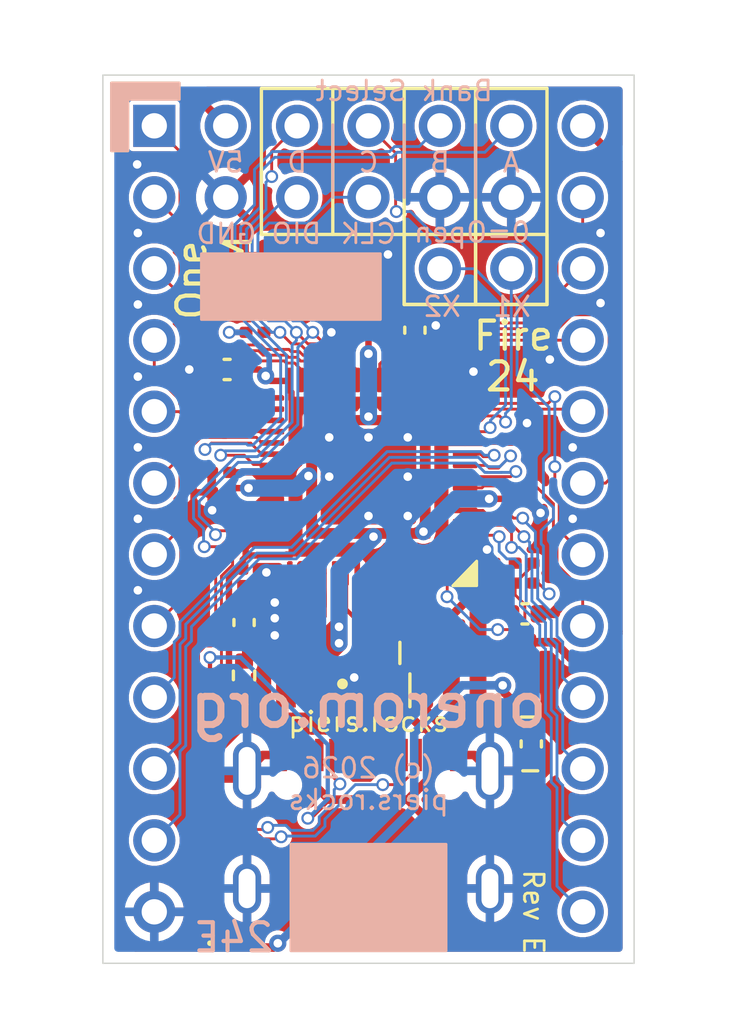
<source format=kicad_pcb>
(kicad_pcb (version 20241229) (generator "pcbnew") (generator_version "9.0")
  (layers (0 "F.Cu" signal) (2 "B.Cu" signal) (13 "F.Paste" user) (15 "B.Paste" user) (5 "F.SilkS" user "F.Silkscreen") (7 "B.SilkS" user "B.Silkscreen") (1 "F.Mask" user) (3 "B.Mask" user) (25 "Edge.Cuts" user))
  (net 0 "")
  (net 1 "Net-(U1-VREG_AVDD)")
  (net 2 "GND")
  (net 3 "+5V")
  (net 4 "+3V3")
  (net 5 "+1V1")
  (net 6 "SEL_C")
  (net 7 "SEL_D")
  (net 8 "A2")
  (net 9 "Net-(U1-XIN)")
  (net 10 "Net-(U1-XOUT)")
  (net 11 "BOOT")
  (net 12 "A0")
  (net 13 "A8")
  (net 14 "D1")
  (net 15 "D4")
  (net 16 "CX1")
  (net 17 "A12_CS")
  (net 18 "D2")
  (net 19 "A11_CE")
  (net 20 "RUN")
  (net 21 "D5")
  (net 22 "VHOST")
  (net 23 "Net-(U1-VREG_LX)")
  (net 24 "QSPI_SS")
  (net 25 "D6")
  (net 26 "QSPI_SD3")
  (net 27 "A9")
  (net 28 "A4")
  (net 29 "D3")
  (net 30 "QSPI_SD1")
  (net 31 "A3")
  (net 32 "A1")
  (net 33 "D7")
  (net 34 "A7")
  (net 35 "A5")
  (net 36 "A10")
  (net 37 "CS1_OE")
  (net 38 "QSPI_SD0")
  (net 39 "QSPI_SCLK")
  (net 40 "D0")
  (net 41 "VBUS")
  (net 42 "QSPI_SD2")
  (net 43 "CX2")
  (net 44 "VBUS_DET")
  (net 46 "A6")
  (net 47 "Net-(D1-A)")
  (net 48 "Net-(C19-Pad1)")
  (net 49 "LED0")
  (net 50 "SEL_B")
  (net 51 "SEL_A")
  (net 52 "D-")
  (net 53 "D+")
  (net 54 "Net-(J4-CC2)")
  (net 55 "Net-(J4-CC1)")
  (net 56 "Net-(J4-D+-PadA6)")
  (net 58 "Net-(J4-D--PadA7)")
  (footprint "RP2350_60QFN_minimal:C_0402_1005Metric_small_pads" (layer "F.Cu") (at 106.98409 49.899943 180)
    (property "Reference" "C17" (hide yes))
    (property "Value" "4.7uF")
  )
  (footprint "Resistor_SMD:R_0201_0603Metric" (layer "F.Cu") (at 103.5812 55.2704 -90)
    (property "Reference" "R10" (hide yes))
    (property "Value" "5K1")
  )
  (footprint "Capacitor_SMD:C_0201_0603Metric" (layer "F.Cu") (at 109.6518 37.672)
    (property "Reference" "C19" (hide yes))
    (property "Value" "15pF")
  )
  (footprint "Capacitor_SMD:C_0201_0603Metric" (layer "F.Cu") (at 109.6518 36.9354)
    (property "Reference" "C18" (hide yes))
    (property "Value" "15pF")
  )
  (footprint "Package_TO_SOT_SMD:SOT-23-5" (layer "F.Cu") (at 112.1664 50.673 90)
    (property "Reference" "U3" (hide yes))
    (property "Value" "AP2112K-3.3")
  )
  (footprint "Capacitor_SMD:C_0201_0603Metric" (layer "F.Cu") (at 114.5286 42.926)
    (property "Reference" "C6" (hide yes))
    (property "Value" "0.1uF")
  )
  (footprint "Diode_SMD:D_SOD-323" (layer "F.Cu") (at 114.9604 56.2864 -90)
    (property "Reference" "D3" (hide yes))
    (property "Value" "1N5819WS")
  )
  (footprint "Capacitor_SMD:C_0201_0603Metric" (layer "F.Cu") (at 113.7158 47.6504 90)
    (property "Reference" "C8" (hide yes))
    (property "Value" "0.1uF")
  )
  (footprint "RP2350_60QFN_minimal:L_pol_2016" (layer "F.Cu") (at 106.98409 51.576343 180)
    (property "Reference" "L1" (hide yes))
    (property "Value" "3.3u")
  )
  (footprint "RP2350_60QFN_minimal:C_0402_1005Metric_small_pads" (layer "F.Cu") (at 106.98409 48.960143 180)
    (property "Reference" "C16" (hide yes))
    (property "Value" "4.7uF")
  )
  (footprint "Capacitor_SMD:C_0201_0603Metric" (layer "F.Cu") (at 114.5134 45.0088)
    (property "Reference" "C3" (hide yes))
    (property "Value" "0.1uF")
  )
  (footprint "Capacitor_SMD:C_0201_0603Metric" (layer "F.Cu") (at 103.9622 44.069 180)
    (property "Reference" "C11" (hide yes))
    (property "Value" "0.1uF")
  )
  (footprint "Resistor_SMD:R_0201_0603Metric" (layer "F.Cu") (at 103.5812 51.6636 -90)
    (property "Reference" "R7" (hide yes))
    (property "Value" "10K")
  )
  (footprint "Resistor_SMD:R_0201_0603Metric" (layer "F.Cu") (at 114.7572 47.2948)
    (property "Reference" "R3" (hide yes))
    (property "Value" "10K")
  )
  (footprint "Resistor_SMD:R_0201_0603Metric" (layer "F.Cu") (at 114.7572 48.006 180)
    (property "Reference" "R2" (hide yes))
    (property "Value" "1K")
  )
  (footprint "Crystal:Crystal_SMD_Abracon_ABM8G-4Pin_3.2x2.5mm" (layer "F.Cu") (at 107.0676 37.2364)
    (property "Reference" "Y1" (hide yes))
    (property "Value" "Crystal_GND24")
  )
  (footprint "Package_TO_SOT_SMD:SOT-666" (layer "F.Cu") (at 109.347 51.3842 -90)
    (property "Reference" "U4" (hide yes))
    (property "Value" "USBLC6-2P6")
  )
  (footprint "Capacitor_SMD:C_0402_1005Metric" (layer "F.Cu") (at 104.1908 40.4114 180)
    (property "Reference" "C7" (hide yes))
    (property "Value" "4.7uF")
  )
  (footprint "RP2350_60QFN_minimal:RP2350-QFN-60-1EP_7x7_P0.4mm_EP3.4x3.4mm_ThermalVias" (layer "F.Cu") (at 109.22 44.2214 180)
    (property "Reference" "U1" (hide yes))
    (property "Value" "RP2350_60QFN")
  )
  (footprint "Connector_PinHeader_2.54mm:PinHeader_1x02_P2.54mm_Vertical" (layer "F.Cu") (at 104.14 31.75)
    (property "Reference" "J1" (hide yes))
    (property "Value" "Conn_01x02_Pin")
  )
  (footprint "Resistor_SMD:R_0201_0603Metric" (layer "F.Cu") (at 109.6518 38.3832)
    (property "Reference" "R6" (hide yes))
    (property "Value" "1K")
  )
  (footprint "Capacitor_SMD:C_0402_1005Metric" (layer "F.Cu") (at 114.7852 49.0982)
    (property "Reference" "C2" (hide yes))
    (property "Value" "4.7uF")
  )
  (footprint "Capacitor_SMD:C_0402_1005Metric" (layer "F.Cu") (at 115.0112 53.721 -90)
    (property "Reference" "C1" (hide yes))
    (property "Value" "4.7uF")
  )
  (footprint "Capacitor_SMD:C_0201_0603Metric" (layer "F.Cu") (at 103.9622 44.7802 180)
    (property "Reference" "C5" (hide yes))
    (property "Value" "0.1uF")
  )
  (footprint "Capacitor_SMD:C_0201_0603Metric" (layer "F.Cu") (at 108.9152 39.0906 180)
    (property "Reference" "C4" (hide yes))
    (property "Value" "0.1uF")
  )
  (footprint "piers footprints:PinHeader_2x04_P2.54mm_Vertical custom silkscreen" (layer "F.Cu") (at 114.3 31.75 -90)
    (property "Reference" "J2" (hide yes))
    (property "Value" "Conn_02x04_Odd_Even" (hide yes))
  )
  (footprint "piers_retro_footprints:2x12 dip pin output 600mil centres no ss" (layer "F.Cu") (at 101.6 31.75)
    (property "Reference" "U2" (hide yes))
    (property "Value" "2332/2364 SOCKET" (hide yes))
  )
  (footprint "Resistor_SMD:R_0402_1005Metric" (layer "F.Cu") (at 104.7938 51.2853 -90)
    (property "Reference" "R4" (hide yes))
    (property "Value" "33R")
  )
  (footprint "piers retro:USB_C_connector_c2765186" (layer "F.Cu") (at 109.22 57.785)
    (property "Reference" "J4" (hide yes))
    (property "Value" "USB_C_Receptacle_USB2.0_16P")
  )
  (footprint "Resistor_SMD:R_0201_0603Metric" (layer "F.Cu") (at 103.5812 56.6674 90)
    (property "Reference" "R9" (hide yes))
    (property "Value" "5K1")
  )
  (footprint "Capacitor_SMD:C_0402_1005Metric" (layer "F.Cu") (at 110.871 39.0144 90)
    (property "Reference" "C13" (hide yes))
    (property "Value" "4.7uF")
  )
  (footprint "Capacitor_SMD:C_0201_0603Metric" (layer "F.Cu") (at 104.7496 47.8028 -90)
    (property "Reference" "C10" (hide yes))
    (property "Value" "0.1uF")
  )
  (footprint "Diode_SMD:D_SOD-323" (layer "F.Cu") (at 114.9604 51.1556 90)
    (property "Reference" "D2" (hide yes))
    (property "Value" "1N5819WS")
  )
  (footprint "Resistor_SMD:R_0201_0603Metric" (layer "F.Cu") (at 103.5812 53.0758 -90)
    (property "Reference" "R8" (hide yes))
    (property "Value" "10K")
  )
  (footprint "Resistor_SMD:R_0201_0603Metric" (layer "F.Cu") (at 105.1814 39.0906)
    (property "Reference" "R1" (hide yes))
    (property "Value" "10K")
  )
  (footprint "Capacitor_SMD:C_0201_0603Metric" (layer "F.Cu") (at 110.0582 49.0474 -90)
    (property "Reference" "C12" (hide yes))
    (property "Value" "0.1uF")
  )
  (footprint "Capacitor_SMD:C_0402_1005Metric" (layer "F.Cu") (at 104.7938 49.4057 90)
    (property "Reference" "C15" (hide yes))
    (property "Value" "4.7uF")
  )
  (footprint "Connector_PinHeader_2.54mm:PinHeader_1x02_P2.54mm_Vertical" (layer "F.Cu") (at 114.3 36.83 -90)
    (property "Reference" "J3" (hide yes))
    (property "Value" "Conn_01x02_Pin" (hide yes))
  )
  (footprint "Capacitor_SMD:C_0201_0603Metric" (layer "F.Cu") (at 109.347 49.0474 -90)
    (property "Reference" "C9" (hide yes))
    (property "Value" "0.1uF")
  )
  (footprint "LED_SMD:LED_0402_1005Metric" (layer "F.Cu") (at 103.5812 59.7154 90)
    (property "Reference" "D1" (hide yes))
    (property "Value" "LED_Small")
  )
  (footprint "Resistor_SMD:R_0201_0603Metric" (layer "F.Cu") (at 103.5812 58.075 -90)
    (property "Reference" "R5" (hide yes))
    (property "Value" "1K")
  )
  (gr_poly (pts (xy 106.077473 49.074702) (xy 105.6828 48.9485) (xy 105.6828 48.5929) (xy 105.82415 48.4913) (xy 106.0638 48.4913) (xy 106.244219 48.472708) (xy 106.7242 48.2881) (xy 106.775 48.2627) (xy 106.349569 48.802606)) (stroke (width 0.2)) (fill yes) (layer "F.Cu") (net 2))
  (gr_poly (pts (xy 106.98409 50.273932) (xy 106.78089 50.451732) (xy 106.34909 50.477132) (xy 106.04429 50.756532) (xy 106.04429 51.467732) (xy 106.39989 51.213732) (xy 106.98409 50.527932)) (stroke (width 0.2)) (fill yes) (layer "F.Cu") (net 23))
  (gr_poly (pts (xy 106.4702 48.5421) (xy 106.0638 48.5421) (xy 105.759 48.8215) (xy 105.6828 48.9485) (xy 105.6828 49.9137) (xy 105.886 50.0661) (xy 106.2162 50.0661) (xy 106.5972 50.0661) (xy 106.5972 48.4913)) (stroke (width 0.2)) (fill yes) (layer "F.Cu") (net 2))
  (gr_poly (pts (xy 107.738237 51.176965) (xy 107.423679 50.7011) (xy 107.35607 50.06178) (xy 107.662037 50.033965) (xy 107.779279 50.3709) (xy 107.906279 50.7265)) (stroke (width 0.2)) (fill yes) (layer "F.Cu") (net 5))
  (gr_poly (pts (xy 107.618973 48.0087) (xy 107.6386 48.4532) (xy 107.6386 48.7707) (xy 107.3592 48.748397) (xy 107.612414 48.4416)) (stroke (width 0.2)) (fill yes) (layer "F.Cu") (net 4))
  (gr_poly (pts (xy 100.076 30.226) (xy 102.489 30.226) (xy 102.489 30.8102) (xy 100.6602 30.8102) (xy 100.6602 32.639) (xy 100.076 32.639)) (stroke (width 0.1)) (fill yes) (layer "F.SilkS"))
  (gr_line (start 110.49 38.1) (end 110.49 35.6108) (stroke (width 0.127)) (layer "F.SilkS"))
  (gr_line (start 113.03 38.1) (end 113.03 35.6108) (stroke (width 0.127)) (layer "F.SilkS"))
  (gr_line (start 115.57 38.1) (end 115.57 35.6108) (stroke (width 0.127)) (layer "F.SilkS"))
  (gr_line (start 115.57 38.1) (end 110.49 38.1) (stroke (width 0.127)) (layer "F.SilkS"))
  (gr_rect (start 103.2764 36.2966) (end 109.64195 38.6334) (stroke (width 0.1)) (fill yes) (layer "B.SilkS"))
  (gr_rect (start 106.46125 57.28855) (end 111.97875 61.07545) (stroke (width 0.1)) (fill yes) (layer "B.SilkS"))
  (gr_line (start 113.03 31.7104) (end 113.03 34.3012) (stroke (width 0.1)) (layer "B.SilkS"))
  (gr_line (start 107.95 31.7104) (end 107.95 34.3012) (stroke (width 0.1)) (layer "B.SilkS"))
  (gr_poly (pts (xy 100.076 30.226) (xy 100.076 32.639) (xy 100.6602 32.639) (xy 100.6602 30.8102) (xy 102.489 30.8102) (xy 102.489 30.226)) (stroke (width 0.1)) (fill yes) (layer "B.SilkS"))
  (gr_line (start 110.49 31.7104) (end 110.49 34.3012) (stroke (width 0.1)) (layer "B.SilkS"))
  (gr_line (start 118.6688 29.9466) (end 118.6688 61.5188) (stroke (width 0.05)) (layer "Edge.Cuts"))
  (gr_line (start 99.7712 29.9466) (end 118.6688 29.9466) (stroke (width 0.05)) (layer "Edge.Cuts"))
  (gr_line (start 118.6688 61.5188) (end 99.7712 61.5188) (stroke (width 0.05)) (layer "Edge.Cuts"))
  (gr_line (start 99.7712 29.9466) (end 99.7712 61.5188) (stroke (width 0.05)) (layer "Edge.Cuts"))
  (gr_text "24" (at 114.3508 40.6654 0) (layer "F.SilkS") (effects (font (size 1 1))))
  (gr_text "piers.rocks" (at 109.22 52.9336 0) (layer "F.SilkS") (effects (font (size 0.7 0.7) (thickness 0.1))))
  (gr_text "One\nROM" (at 103.7336 37.2364 90) (layer "F.SilkS") (effects (font (size 1 1))))
  (gr_text "Rev E" (at 115.0874 59.69 270) (layer "F.SilkS") (effects (font (size 0.7 0.7) (thickness 0.1))))
  (gr_text "Fire" (at 114.3762 39.2176 0) (layer "F.SilkS") (effects (font (size 1 1))))
  (gr_text "D" (at 106.68 33.0454 0) (layer "B.SilkS") (effects (font (size 0.7 0.7) (thickness 0.1)) (justify mirror)))
  (gr_text "(c) 2026\npiers.rocks" (at 109.22 55.1434 0) (layer "B.SilkS") (effects (font (size 0.7 0.7) (thickness 0.1)) (justify mirror)))
  (gr_text "5V" (at 104.14 33.0454 0) (layer "B.SilkS") (effects (font (size 0.7 0.7) (thickness 0.1)) (justify mirror)))
  (gr_text "B" (at 111.76 33.0454 0) (layer "B.SilkS") (effects (font (size 0.7 0.7) (thickness 0.1)) (justify mirror)))
  (gr_text "Bank Select" (at 110.49 30.5054 0) (layer "B.SilkS") (effects (font (size 0.7 0.7) (thickness 0.1)) (justify mirror)))
  (gr_text "onerom.org" (at 109.22 52.3494 0) (layer "B.SilkS") (effects (font (size 1.5 1.5) (thickness 0.25) (bold yes)) (justify mirror)))
  (gr_text "X2" (at 111.8362 38.1762 0) (layer "B.SilkS") (effects (font (size 0.7 0.7) (thickness 0.1)) (justify mirror)))
  (gr_text "C" (at 109.22 33.0454 0) (layer "B.SilkS") (effects (font (size 0.7 0.7) (thickness 0.1)) (justify mirror)))
  (gr_text "A" (at 114.3 33.0454 0) (layer "B.SilkS") (effects (font (size 0.7 0.7) (thickness 0.1)) (justify mirror)))
  (gr_text "DIO" (at 106.6546 35.5854 0) (layer "B.SilkS") (effects (font (size 0.7 0.7) (thickness 0.1)) (justify mirror)))
  (gr_text "CLK" (at 109.22 35.5854 0) (layer "B.SilkS") (effects (font (size 0.7 0.7) (thickness 0.1)) (justify mirror)))
  (gr_text "0=Open" (at 112.903 35.5346 0) (layer "B.SilkS") (effects (font (size 0.7 0.7) (thickness 0.1)) (justify mirror)))
  (gr_text "GND" (at 104.1654 35.5854 0) (layer "B.SilkS") (effects (font (size 0.7 0.7) (thickness 0.1)) (justify mirror)))
  (gr_text "X1" (at 114.3254 38.1762 0) (layer "B.SilkS") (effects (font (size 0.7 0.7) (thickness 0.1)) (justify mirror)))
  (gr_text "24E" (at 104.4194 60.6044 0) (layer "B.SilkS") (effects (font (size 1 1)) (justify mirror)))
  (segment (start 106.4134 47.6758) (end 105.9368 48.1524) (width 0.1524) (layer "F.Cu") (net 1))
  (segment (start 105.9368 48.1524) (end 105.935548 48.151148) (width 0.1524) (layer "F.Cu") (net 1))
  (segment (start 105.3334 49.3461) (end 104.7938 49.8857) (width 0.1524) (layer "F.Cu") (net 1))
  (segment (start 105.658426 48.151148) (end 105.3334 48.476175) (width 0.1524) (layer "F.Cu") (net 1))
  (segment (start 104.7938 49.8857) (end 104.7938 50.7753) (width 0.1524) (layer "F.Cu") (net 1))
  (segment (start 105.935548 48.151148) (end 105.658426 48.151148) (width 0.1524) (layer "F.Cu") (net 1))
  (segment (start 105.3334 48.476175) (end 105.3334 49.3461) (width 0.1524) (layer "F.Cu") (net 1))
  (segment (start 112.1664 50.7492) (end 112.1918 50.7238) (width 0.3048) (layer "F.Cu") (net 2))
  (segment (start 103.0224 44.7802) (end 102.997 44.7548) (width 0.2286) (layer "F.Cu") (net 2))
  (segment (start 103.6422 44.7802) (end 103.0224 44.7802) (width 0.2286) (layer "F.Cu") (net 2))
  (segment (start 107.8992 38.3548) (end 108.1676 38.0864) (width 0.2286) (layer "F.Cu") (net 2))
  (segment (start 114.8868 54.201) (end 114.4078 54.68) (width 0.3048) (layer "F.Cu") (net 2))
  (segment (start 106.14 48.89087) (end 106.14 49.3041) (width 0.2286) (layer "F.Cu") (net 2))
  (segment (start 103.7108 40.4114) (end 102.8446 40.4114) (width 0.2286) (layer "F.Cu") (net 2))
  (segment (start 114.8486 42.926) (end 114.8486 42.3266) (width 0.2286) (layer "F.Cu") (net 2))
  (segment (start 108.5952 39.0906) (end 107.8992 39.0906) (width 0.2286) (layer "F.Cu") (net 2))
  (segment (start 105.09 48.1228) (end 105.5878 47.625) (width 0.3048) (layer "F.Cu") (net 2))
  (segment (start 114.8486 42.3266) (end 114.8588 42.3164) (width 0.2286) (layer "F.Cu") (net 2))
  (segment (start 104.9 54.68) (end 104.6296 54.9504) (width 0.3048) (layer "F.Cu") (net 2))
  (segment (start 115.340801 45.511117) (end 115.213984 45.511117) (width 0.2286) (layer "F.Cu") (net 2))
  (segment (start 115.213984 45.511117) (end 114.8334 45.130533) (width 0.2286) (layer "F.Cu") (net 2))
  (segment (start 103.6422 44.7802) (end 103.6422 45.4) (width 0.2286) (layer "F.Cu") (net 2))
  (segment (start 115.6716 49.0982) (end 115.9764 48.7934) (width 0.2286) (layer "F.Cu") (net 2))
  (segment (start 104.6296 54.9504) (end 103.5812 54.9504) (width 0.3048) (layer "F.Cu") (net 2))
  (segment (start 112.1664 51.8105) (end 112.1664 50.7492) (width 0.3048) (layer "F.Cu") (net 2))
  (segment (start 103.5812 56.9874) (end 103.5812 56.9976) (width 0.2286) (layer "F.Cu") (net 2))
  (segment (start 113.7158 47.2186) (end 113.7158 47.3304) (width 0.2286) (layer "F.Cu") (net 2))
  (segment (start 102.997 45.0596) (end 102.997 44.7548) (width 0.2286) (layer "F.Cu") (net 2))
  (segment (start 103.6422 45.4) (end 103.6574 45.4152) (width 0.2286) (layer "F.Cu") (net 2))
  (segment (start 114.8334 45.130533) (end 114.8334 45.0088) (width 0.2286) (layer "F.Cu") (net 2))
  (segment (start 106.17 54.115) (end 105.465 54.115) (width 0.3048) (layer "F.Cu") (net 2))
  (segment (start 109.9718 36.38059) (end 109.91321 36.322) (width 0.3048) (layer "F.Cu") (net 2))
  (segment (start 105.465 54.115) (end 104.9 54.68) (width 0.3048) (layer "F.Cu") (net 2))
  (segment (start 113.4364 46.9392) (end 113.7158 47.2186) (width 0.2286) (layer "F.Cu") (net 2))
  (segment (start 109.9718 36.9354) (end 109.9718 36.4122) (width 0.3048) (layer "F.Cu") (net 2))
  (segment (start 109.347 51.181) (end 109.3216 51.2064) (width 0.3048) (layer "F.Cu") (net 2))
  (segment (start 109.9718 36.9354) (end 109.9718 36.38059) (width 0.3048) (layer "F.Cu") (net 2))
  (segment (start 109.9718 36.4122) (end 109.982 36.402) (width 0.3048) (layer "F.Cu") (net 2))
  (segment (start 115.0112 54.201) (end 114.8868 54.201) (width 0.3048) (layer "F.Cu") (net 2))
  (segment (start 114.4078 54.68) (end 113.54 54.68) (width 0.3048) (layer "F.Cu") (net 2))
  (segment (start 115.2652 49.0982) (end 115.6716 49.0982) (width 0.2286) (layer "F.Cu") (net 2))
  (segment (start 112.27 54.115) (end 112.975 54.115) (width 0.3048) (layer "F.Cu") (net 2))
  (segment (start 103.1641 44.069) (end 103.6422 44.069) (width 0.2286) (layer "F.Cu") (net 2))
  (segment (start 113.4364 46.8122) (end 113.4364 46.9392) (width 0.2286) (layer "F.Cu") (net 2))
  (segment (start 112.975 54.115) (end 113.54 54.68) (width 0.3048) (layer "F.Cu") (net 2))
  (segment (start 107.8992 39.0906) (end 107.8992 38.3548) (width 0.2286) (layer "F.Cu") (net 2))
  (segment (start 102.997 44.7548) (end 102.997 44.2361) (width 0.2286) (layer "F.Cu") (net 2))
  (segment (start 109.347 50.4592) (end 109.347 51.181) (width 0.3048) (layer "F.Cu") (net 2))
  (segment (start 104.7496 48.1228) (end 105.09 48.1228) (width 0.3048) (layer "F.Cu") (net 2))
  (segment (start 102.997 44.2361) (end 103.1641 44.069) (width 0.2286) (layer "F.Cu") (net 2))
  (via (at 116.4844 45.72) (size 0.6096) (drill 0.3048) (layers "F.Cu" "B.Cu") (net 2))
  (via (at 117.475 35.56) (size 0.6096) (drill 0.3048) (layers "F.Cu" "B.Cu") (net 2))
  (via (at 109.91321 36.322) (size 0.6096) (drill 0.3048) (layers "F.Cu" "B.Cu") (net 2))
  (via (at 112.9538 40.4876) (size 0.6096) (drill 0.3048) (layers "F.Cu" "B.Cu") (net 2))
  (via (at 117.475 38.0492) (size 0.6096) (drill 0.3048) (layers "F.Cu" "B.Cu") (net 2))
  (via (at 101.0158 38.1) (size 0.6096) (drill 0.3048) (layers "F.Cu" "B.Cu") (net 2))
  (via (at 107.8992 39.0906) (size 0.6096) (drill 0.3048) (layers "F.Cu" "B.Cu") (net 2))
  (via (at 101.0158 35.56) (size 0.6096) (drill 0.3048) (layers "F.Cu" "B.Cu") (net 2))
  (via (at 103.6574 45.4152) (size 0.6096) (drill 0.3048) (layers "F.Cu" "B.Cu") (net 2))
  (via (at 113.4364 46.8122) (size 0.4572) (drill 0.3048) (layers "F.Cu" "B.Cu") (net 2))
  (via (at 109.22 45.6184) (size 0.6096) (drill 0.3048) (layers "F.Cu" "B.Cu") (net 2))
  (via (at 110.617 42.8244) (size 0.6096) (drill 0.3048) (layers "F.Cu" "B.Cu") (net 2))
  (via (at 115.6716 40.0558) (size 0.6096) (drill 0.3048) (layers "F.Cu" "B.Cu") (net 2))
  (via (at 107.823 44.2214) (size 0.6096) (drill 0.3048) (layers "F.Cu" "B.Cu") (net 2))
  (via (at 107.823 42.8244) (size 0.6096) (drill 0.3048) (layers "F.Cu" "B.Cu") (net 2))
  (via (at 111.61331 38.84471) (size 0.6096) (drill 0.3048) (layers "F.Cu" "B.Cu") (net 2))
  (via (at 105.886 49.2533) (size 0.6096) (drill 0.3048) (layers "F.Cu" "B.Cu") (net 2))
  (via (at 114.8588 42.3164) (size 0.6096) (drill 0.3048) (layers "F.Cu" "B.Cu") (net 2))
  (via (at 102.8446 40.4114) (size 0.6096) (drill 0.3048) (layers "F.Cu" "B.Cu") (net 2))
  (via (at 101.0158 45.72) (size 0.6096) (drill 0.3048) (layers "F.Cu" "B.Cu") (net 2))
  (via (at 108.712 51.3588) (size 0.6096) (drill 0.3048) (layers "F.Cu" "B.Cu") (net 2))
  (via (at 101.0158 40.6654) (size 0.6096) (drill 0.3048) (layers "F.Cu" "B.Cu") (net 2))
  (via (at 100.9904 33.1216) (size 0.6096) (drill 0.3048) (layers "F.Cu" "B.Cu") (net 2))
  (via (at 101.0158 43.18) (size 0.6096) (drill 0.3048) (layers "F.Cu" "B.Cu") (net 2))
  (via (at 116.4844 43.18) (size 0.6096) (drill 0.3048) (layers "F.Cu" "B.Cu") (net 2))
  (via (at 109.22 42.8244) (size 0.6096) (drill 0.3048) (layers "F.Cu" "B.Cu") (net 2))
  (via (at 101.0158 48.26) (size 0.6096) (drill 0.3048) (layers "F.Cu" "B.Cu") (net 2))
  (via (at 110.617 44.2214) (size 0.6096) (drill 0.3048) (layers "F.Cu" "B.Cu") (net 2))
  (via (at 115.340801 45.511117) (size 0.6096) (drill 0.3048) (layers "F.Cu" "B.Cu") (net 2))
  (via (at 110.617 45.6184) (size 0.6096) (drill 0.3048) (layers "F.Cu" "B.Cu") (net 2))
  (via (at 105.5878 47.625) (size 0.6096) (drill 0.3048) (layers "F.Cu" "B.Cu") (net 2))
  (via (at 105.886 49.8629) (size 0.6096) (drill 0.3048) (layers "F.Cu" "B.Cu") (net 2))
  (via (at 105.886 48.6945) (size 0.6096) (drill 0.3048) (layers "F.Cu" "B.Cu") (net 2))
  (segment (start 105.5878 47.625) (end 105.425488 47.625) (width 0.127) (layer "B.Cu") (net 2))
  (segment (start 113.9952 51.8414) (end 114.3594 52.2056) (width 0.3048) (layer "F.Cu") (net 3))
  (segment (start 114.9944 55.2364) (end 115.5954 54.6354) (width 0.3048) (layer "F.Cu") (net 3))
  (segment (start 111.7092 52.959) (end 113.2078 52.959) (width 0.3048) (layer "F.Cu") (net 3))
  (segment (start 114.1248 53.241) (end 113.8428 52.959) (width 0.3048) (layer "F.Cu") (net 3))
  (segment (start 113.9952 51.6382) (end 113.9952 51.8414) (width 0.3048) (layer "F.Cu") (net 3))
  (segment (start 111.2164 52.4662) (end 111.7092 52.959) (width 0.3048) (layer "F.Cu") (net 3))
  (segment (start 100.6568 30.6832) (end 100.330928 31.009072) (width 0.3048) (layer "F.Cu") (net 3))
  (segment (start 114.3594 52.2056) (end 114.9604 52.2056) (width 0.3048) (layer "F.Cu") (net 3))
  (segment (start 104.14 31.75) (end 103.0732 30.6832) (width 0.3048) (layer "F.Cu") (net 3))
  (segment (start 113.1164 51.8105) (end 113.1164 52.8676) (width 0.3048) (layer "F.Cu") (net 3))
  (segment (start 105.8428 60.959) (end 105.9942 60.8076) (width 0.3048) (layer "F.Cu") (net 3))
  (segment (start 111.2164 51.8105) (end 111.2164 52.4662) (width 0.3048) (layer "F.Cu") (net 3))
  (segment (start 100.330928 60.351328) (end 100.9386 60.959) (width 0.3048) (layer "F.Cu") (net 3))
  (segment (start 115.0112 53.241) (end 114.1248 53.241) (width 0.3048) (layer "F.Cu") (net 3))
  (segment (start 114.9604 52.2056) (end 114.9604 53.1902) (width 0.3048) (layer "F.Cu") (net 3))
  (segment (start 113.8428 52.959) (end 113.2078 52.959) (width 0.3048) (layer "F.Cu") (net 3))
  (segment (start 114.9604 55.2364) (end 114.9944 55.2364) (width 0.3048) (layer "F.Cu") (net 3))
  (segment (start 100.330928 31.009072) (end 100.330928 60.351328) (width 0.3048) (layer "F.Cu") (net 3))
  (segment (start 115.5954 54.6354) (end 115.5954 53.8252) (width 0.3048) (layer "F.Cu") (net 3))
  (segment (start 103.0732 30.6832) (end 100.6568 30.6832) (width 0.3048) (layer "F.Cu") (net 3))
  (segment (start 115.5954 53.8252) (end 115.0112 53.241) (width 0.3048) (layer "F.Cu") (net 3))
  (segment (start 113.1164 52.8676) (end 113.2078 52.959) (width 0.3048) (layer "F.Cu") (net 3))
  (segment (start 114.9604 53.1902) (end 115.0112 53.241) (width 0.3048) (layer "F.Cu") (net 3))
  (segment (start 100.9386 60.959) (end 105.8428 60.959) (width 0.3048) (layer "F.Cu") (net 3))
  (via (at 105.9942 60.8076) (size 0.6096) (drill 0.3048) (layers "F.Cu" "B.Cu") (net 3))
  (via (at 113.9952 51.6382) (size 0.6096) (drill 0.3048) (layers "F.Cu" "B.Cu") (net 3))
  (segment (start 113.9952 51.6382) (end 112.5474 51.6382) (width 0.3048) (layer "B.Cu") (net 3))
  (segment (start 106.0196 60.8076) (end 105.9942 60.8076) (width 0.3048) (layer "B.Cu") (net 3))
  (segment (start 110.8456 55.9816) (end 106.0196 60.8076) (width 0.3048) (layer "B.Cu") (net 3))
  (segment (start 110.8456 53.34) (end 110.8456 55.9816) (width 0.3048) (layer "B.Cu") (net 3))
  (segment (start 112.5474 51.6382) (end 110.8456 53.34) (width 0.3048) (layer "B.Cu") (net 3))
  (segment (start 114.3052 49.0982) (end 114.2492 49.0982) (width 0.3048) (layer "F.Cu") (net 4))
  (segment (start 109.62 47.6589) (end 109.62 46.9964) (width 0.2286) (layer "F.Cu") (net 4))
  (segment (start 109.22 47.6589) (end 109.22 47.2186) (width 0.2286) (layer "F.Cu") (net 4))
  (segment (start 113.3348 42.9768) (end 113.2902 43.0214) (width 0.2286) (layer "F.Cu") (net 4))
  (segment (start 111.2164 49.1134) (end 111.2164 49.5355) (width 0.3048) (layer "F.Cu") (net 4))
  (segment (start 105.7825 44.2214) (end 106.2736 44.2214) (width 0.2286) (layer "F.Cu") (net 4))
  (segment (start 105.2576 40.4114) (end 105.3338 40.4114) (width 0.2286) (layer "F.Cu") (net 4))
  (segment (start 113.7412 48.5902) (end 112.7506 48.5902) (width 0.3048) (layer "F.Cu") (net 4))
  (segment (start 110.8304 48.7274) (end 111.2164 49.1134) (width 0.3048) (layer "F.Cu") (net 4))
  (segment (start 113.2902 43.0214) (end 112.6575 43.0214) (width 0.2286) (layer "F.Cu") (net 4))
  (segment (start 104.267 39.0906) (end 104.8614 39.0906) (width 0.2032) (layer "F.Cu") (net 4))
  (segment (start 111.8108 49.53) (end 111.2219 49.53) (width 0.3048) (layer "F.Cu") (net 4))
  (segment (start 104.7496 47.174766) (end 104.7496 47.4828) (width 0.2286) (layer "F.Cu") (net 4))
  (segment (start 107.62 48.839233) (end 107.49909 48.960143) (width 0.2286) (layer "F.Cu") (net 4))
  (segment (start 104.6378 47.4828) (end 104.7496 47.4828) (width 0.2286) (layer "F.Cu") (net 4))
  (segment (start 109.62 46.9964) (end 109.6264 46.99) (width 0.2286) (layer "F.Cu") (net 4))
  (segment (start 110.42 40.7839) (end 110.42 39.9454) (width 0.2286) (layer "F.Cu") (net 4))
  (segment (start 106.5276 46.9138) (end 106.68 46.9138) (width 0.2286) (layer "F.Cu") (net 4))
  (segment (start 112.6575 47.3541) (end 113.2738 47.9704) (width 0.2286) (layer "F.Cu") (net 4))
  (segment (start 114.2492 49.0982) (end 113.7412 48.5902) (width 0.3048) (layer "F.Cu") (net 4))
  (segment (start 109.62 47.6589) (end 109.62 47.1996) (width 0.2286) (layer "F.Cu") (net 4))
  (segment (start 110.0938 48.6918) (end 110.0582 48.7274) (width 0.2286) (layer "F.Cu") (net 4))
  (segment (start 110.0582 48.7274) (end 110.8304 48.7274) (width 0.3048) (layer "F.Cu") (net 4))
  (segment (start 106.54 46.6214) (end 106.553 46.6344) (width 0.2286) (layer "F.Cu") (net 4))
  (segment (start 109.22 48.2092) (end 109.347 48.3362) (width 0.2286) (layer "F.Cu") (net 4))
  (segment (start 112.6575 47.0214) (end 112.6575 47.3541) (width 0.2286) (layer "F.Cu") (net 4))
  (segment (start 103.362946 54.5416) (end 103.3702 54.5416) (width 0.1524) (layer "F.Cu") (net 4))
  (segment (start 106.299 46.99) (end 106.4514 46.99) (width 0.2286) (layer "F.Cu") (net 4))
  (segment (start 114.2086 42.926) (end 113.862 42.926) (width 0.2286) (layer "F.Cu") (net 4))
  (segment (start 106.2736 44.2214) (end 106.68 43.815) (width 0.2286) (layer "F.Cu") (net 4))
  (segment (start 105.284196 44.2214) (end 105.131796 44.069) (width 0.2286) (layer "F.Cu") (net 4))
  (segment (start 105.131796 44.069) (end 104.2822 44.069) (width 0.2286) (layer "F.Cu") (net 4))
  (segment (start 109.22 47.2186) (end 108.966 46.9646) (width 0.2286) (layer "F.Cu") (net 4))
  (segment (start 106.68 46.9138) (end 106.7308 46.863) (width 0.2286) (layer "F.Cu") (net 4))
  (segment (start 113.7616 47.9704) (end 114.4372 47.2948) (width 0.2286) (layer "F.Cu") (net 4))
  (segment (start 113.2738 47.9704) (end 113.7158 47.9704) (width 0.2286) (layer "F.Cu") (net 4))
  (segment (start 110.42 39.9454) (end 110.871 39.4944) (width 0.2286) (layer "F.Cu") (net 4))
  (segment (start 104.7938 53.118) (end 104.7938 51.7953) (width 0.1524) (layer "F.Cu") (net 4))
  (segment (start 104.9468 47.0214) (end 105.7825 47.0214) (width 0.2286) (layer "F.Cu") (net 4))
  (segment (start 106.42 40.8178) (end 106.42 41.1674) (width 0.2286) (layer "F.Cu") (net 4))
  (segment (start 112.649 47.0214) (end 112.1978 47.0214) (width 0.2286) (layer "F.Cu") (net 4))
  (segment (start 106.2736 44.2214) (end 106.7054 44.6532) (width 0.2286) (layer "F.Cu") (net 4))
  (segment (start 110.0582 48.7274) (end 109.347 48.7274) (width 0.3048) (layer "F.Cu") (net 4))
  (segment (start 112.1918 47.0154) (end 112.1156 46.9392) (width 0.2286) (layer "F.Cu") (net 4))
  (segment (start 109.22 47.6589) (end 109.22 46.9138) (width 0.2286) (layer "F.Cu") (net 4))
  (segment (start 109.62 48.1266) (end 110.0582 48.5648) (width 0.2286) (layer "F.Cu") (net 4))
  (segment (start 109.347 48.3362) (end 109.347 48.7274) (width 0.2286) (layer "F.Cu") (net 4))
  (segment (start 105.7825 44.2214) (end 105.284196 44.2214) (width 0.2286) (layer "F.Cu") (net 4))
  (segment (start 106.42 40.7839) (end 106.42 40.8178) (width 0.2286) (layer "F.Cu") (net 4))
  (segment (start 104.851201 47.073165) (end 104.7496 47.174766) (width 0.2286) (layer "F.Cu") (net 4))
  (segment (start 109.22 47.6589) (end 109.22 48.2092) (width 0.2286) (layer "F.Cu") (net 4))
  (segment (start 104.9912 46.6214) (end 104.8512 46.7614) (width 0.2286) (layer "F.Cu") (net 4))
  (segment (start 103.3702 54.5416) (end 104.7938 53.118) (width 0.1524) (layer "F.Cu") (net 4))
  (segment (start 113.7514 48.006) (end 113.7158 47.9704) (width 0.3048) (layer "F.Cu") (net 4))
  (segment (start 111.2219 49.53) (end 111.2164 49.5355) (width 0.3048) (layer "F.Cu") (net 4))
  (segment (start 105.7402 40.8178) (end 105.5624 40.64) (width 0.2286) (layer "F.Cu") (net 4))
  (segment (start 109.62 47.1996) (end 109.62 47.1614) (width 0.2286) (layer "F.Cu") (net 4))
  (segment (start 113.8112 42.9768) (end 113.3348 42.9768) (width 0.2286) (layer "F.Cu") (net 4))
  (segment (start 105.7825 47.0214) (end 106.2676 47.0214) (width 0.2286) (layer "F.Cu") (net 4))
  (segment (start 109.22 47.1678) (end 109.4232 46.9646) (width 0.2286) (layer "F.Cu") (net 4))
  (segment (start 109.62 47.1614) (end 109.4232 46.9646) (width 0.2286) (layer "F.Cu") (net 4))
  (segment (start 106.42 40.8178) (end 105.7402 40.8178) (width 0.2286) (layer "F.Cu") (net 4))
  (segment (start 107.62 47.6589) (end 107.62 48.839233) (width 0.2286) (layer "F.Cu") (net 4))
  (segment (start 106.2676 47.0214) (end 106.299 46.99) (width 0.2286) (layer "F.Cu") (net 4))
  (segment (start 104.7938 51.7933) (end 104.7938 51.7953) (width 0.2286) (layer "F.Cu") (net 4))
  (segment (start 104.6708 40.4114) (end 105.2576 40.4114) (width 0.2286) (layer "F.Cu") (net 4))
  (segment (start 105.7825 46.6214) (end 106.54 46.6214) (width 0.2286) (layer "F.Cu") (net 4))
  (segment (start 112.6575 43.0214) (end 111.944 43.0214) (width 0.2286) (layer "F.Cu") (net 4))
  (segment (start 106.4514 46.99) (end 106.5276 46.9138) (width 0.2286) (layer "F.Cu") (net 4))
  (segment (start 110.42 40.7839) (end 110.42 41.5352) (width 0.2286) (layer "F.Cu") (net 4))
  (segment (start 107.62 46.914) (end 107.6198 46.9138) (width 0.2286) (layer "F.Cu") (net 4))
  (segment (start 107.62 47.6589) (end 107.62 46.914) (width 0.2286) (layer "F.Cu") (net 4))
  (segment (start 112.1978 47.0214) (end 112.1918 47.0154) (width 0.2286) (layer "F.Cu") (net 4))
  (segment (start 113.7158 48.5648) (end 113.7412 48.5902) (width 0.3048) (layer "F.Cu") (net 4))
  (segment (start 103.2024 57.3762) (end 103.2024 54.702146) (width 0.1524) (layer "F.Cu") (net 4))
  (segment (start 109.62 47.1996) (end 109.9566 46.863) (width 0.2286) (layer "F.Cu") (net 4))
  (segment (start 112.6575 47.0214) (end 112.649 47.0214) (width 0.2286) (layer "F.Cu") (net 4))
  (segment (start 109.22 47.6589) (end 109.22 47.1678) (width 0.2286) (layer "F.Cu") (net 4))
  (segment (start 109.62 47.6589) (end 109.62 48.1266) (width 0.2286) (layer "F.Cu") (net 4))
  (segment (start 113.862 42.926) (end 113.8112 42.9768) (width 0.2286) (layer "F.Cu") (net 4))
  (segment (start 103.2024 54.702146) (end 103.362946 54.5416) (width 0.1524) (layer "F.Cu") (net 4))
  (segment (start 104.2569 51.2584) (end 104.2569 47.8637) (width 0.2286) (layer "F.Cu") (net 4))
  (segment (start 113.7158 47.9704) (end 113.7616 47.9704) (width 0.2286) (layer "F.Cu") (net 4))
  (segment (start 112.7506 48.5902) (end 112.3569 48.9839) (width 0.3048) (layer "F.Cu") (net 4))
  (segment (start 106.4768 41.2242) (end 106.4768 41.4782) (width 0.2286) (layer "F.Cu") (net 4))
  (segment (start 110.42 41.5352) (end 110.4392 41.5544) (width 0.2286) (layer "F.Cu") (net 4))
  (segment (start 114.3052 49.0982) (end 114.3254 49.0982) (width 0.3048) (layer "F.Cu") (net 4))
  (segment (start 104.8512 46.7614) (end 104.851201 47.073165) (width 0.2286) (layer "F.Cu") (net 4))
  (segment (start 103.5812 57.755) (end 103.2024 57.3762) (width 0.1524) (layer "F.Cu") (net 4))
  (segment (start 105.7825 46.6214) (end 104.9912 46.6214) (width 0.2286) (layer "F.Cu") (net 4))
  (segment (start 112.3569 48.9839) (end 111.8108 49.53) (width 0.3048) (layer "F.Cu") (net 4))
  (segment (start 105.3338 40.4114) (end 105.5624 40.64) (width 0.2286) (layer "F.Cu") (net 4))
  (segment (start 106.42 41.1674) (end 106.4768 41.2242) (width 0.2286) (layer "F.Cu") (net 4))
  (segment (start 111.9378 43.0276) (end 111.944 43.0214) (width 0.2286) (layer "F.Cu") (net 4))
  (segment (start 104.7938 51.7953) (end 104.2569 51.2584) (width 0.2286) (layer "F.Cu") (net 4))
  (segment (start 110.0582 48.5648) (end 110.0582 48.7274) (width 0.2286) (layer "F.Cu") (net 4))
  (segment (start 104.2569 47.8637) (end 104.6378 47.4828) (width 0.2286) (layer "F.Cu") (net 4))
  (segment (start 112.1156 46.9392) (end 111.887 46.9392) (width 0.2286) (layer "F.Cu") (net 4))
  (segment (start 113.7158 47.9704) (end 113.7158 48.5648) (width 0.3048) (layer "F.Cu") (net 4))
  (via (at 105.5624 40.64) (size 0.6096) (drill 0.3048) (layers "F.Cu" "B.Cu") (net 4))
  (via (at 104.267 39.0906) (size 0.4572) (drill 0.3048) (layers "F.Cu" "B.Cu") (net 4))
  (segment (start 105.6894 39.935163) (end 104.844837 39.0906) (width 0.2032) (layer "B.Cu") (net 4))
  (segment (start 105.5624 40.64) (end 105.6894 40.513) (width 0.2032) (layer "B.Cu") (net 4))
  (segment (start 105.6894 40.513) (end 105.6894 39.935163) (width 0.2032) (layer "B.Cu") (net 4))
  (segment (start 104.844837 39.0906) (end 104.267 39.0906) (width 0.2032) (layer "B.Cu") (net 4))
  (segment (start 107.741447 50.1423) (end 107.54429 49.945143) (width 0.6096) (layer "F.Cu") (net 5))
  (segment (start 109.22 39.8526) (end 109.22 39.1058) (width 0.2286) (layer "F.Cu") (net 5))
  (segment (start 109.22 39.1058) (end 109.2352 39.0906) (width 0.2286) (layer "F.Cu") (net 5))
  (segment (start 113.5 45.0214) (end 113.5126 45.0088) (width 0.2286) (layer "F.Cu") (net 5))
  (segment (start 104.2822 44.8056) (end 104.3076 44.8056) (width 0.2286) (layer "F.Cu") (net 5))
  (segment (start 108.0958 49.5581) (end 107.626523 50.027377) (width 0.6096) (layer "F.Cu") (net 5))
  (segment (start 108.172 50.1423) (end 107.741447 50.1423) (width 0.6096) (layer "F.Cu") (net 5))
  (segment (start 108.172 50.1423) (end 107.708835 50.605465) (width 0.6096) (layer "F.Cu") (net 5))
  (segment (start 104.9592 44.6214) (end 104.9528 44.6278) (width 0.2286) (layer "F.Cu") (net 5))
  (segment (start 113.5126 45.0088) (end 114.1934 45.0088) (width 0.2286) (layer "F.Cu") (net 5))
  (segment (start 105.7825 44.6214) (end 104.9592 44.6214) (width 0.2286) (layer "F.Cu") (net 5))
  (segment (start 108.172 49.5581) (end 108.0958 49.5581) (width 0.6096) (layer "F.Cu") (net 5))
  (segment (start 112.6575 45.0214) (end 113.5 45.0214) (width 0.2286) (layer "F.Cu") (net 5))
  (segment (start 107.708835 50.605465) (end 107.631174 50.605465) (width 0.6096) (layer "F.Cu") (net 5))
  (segment (start 108.02 47.6589) (end 108.02 49.4061) (width 0.2286) (layer "F.Cu") (net 5))
  (segment (start 107.54429 49.945143) (end 107.54429 49.899943) (width 0.6096) (layer "F.Cu") (net 5))
  (segment (start 108.02 49.4061) (end 108.172 49.5581) (width 0.2286) (layer "F.Cu") (net 5))
  (segment (start 108.0134 49.3995) (end 108.172 49.5581) (width 0.2286) (layer "F.Cu") (net 5))
  (segment (start 104.4346 44.6278) (end 104.2822 44.7802) (width 0.2286) (layer "F.Cu") (net 5))
  (segment (start 108.172 49.5581) (end 108.172 50.1423) (width 0.6096) (layer "F.Cu") (net 5))
  (segment (start 104.9528 44.6278) (end 104.4346 44.6278) (width 0.2286) (layer "F.Cu") (net 5))
  (segment (start 109.22 40.7839) (end 109.22 39.8526) (width 0.2286) (layer "F.Cu") (net 5))
  (via (at 111.1758 46.1772) (size 0.6096) (drill 0.3048) (layers "F.Cu" "B.Cu") (net 5))
  (via (at 113.5126 45.0088) (size 0.6096) (drill 0.3048) (layers "F.Cu" "B.Cu") (net 5))
  (via (at 108.172 50.1423) (size 0.6096) (drill 0.3048) (layers "F.Cu" "B.Cu") (net 5))
  (via (at 109.22 39.8526) (size 0.6096) (drill 0.3048) (layers "F.Cu" "B.Cu") (net 5))
  (via (at 108.172 49.5581) (size 0.6096) (drill 0.3048) (layers "F.Cu" "B.Cu") (net 5))
  (via (at 109.3978 46.355) (size 0.6096) (drill 0.3048) (layers "F.Cu" "B.Cu") (net 5))
  (via (at 107.0864 44.196) (size 0.6096) (drill 0.3048) (layers "F.Cu" "B.Cu") (net 5))
  (via (at 104.9528 44.6278) (size 0.6096) (drill 0.3048) (layers "F.Cu" "B.Cu") (net 5))
  (via (at 109.22 42.0878) (size 0.6096) (drill 0.3048) (layers "F.Cu" "B.Cu") (net 5))
  (segment (start 108.172 47.5808) (end 108.172 50.1423) (width 0.6096) (layer "B.Cu") (net 5))
  (segment (start 113.5126 45.0088) (end 112.3442 45.0088) (width 0.6096) (layer "B.Cu") (net 5))
  (segment (start 106.6546 44.6278) (end 104.9528 44.6278) (width 0.6096) (layer "B.Cu") (net 5))
  (segment (start 109.3978 46.355) (end 108.172 47.5808) (width 0.6096) (layer "B.Cu") (net 5))
  (segment (start 109.22 39.8526) (end 109.22 42.0878) (width 0.6096) (layer "B.Cu") (net 5))
  (segment (start 107.0864 44.196) (end 106.6546 44.6278) (width 0.6096) (layer "B.Cu") (net 5))
  (segment (start 112.3442 45.0088) (end 111.1758 46.1772) (width 0.6096) (layer "B.Cu") (net 5))
  (segment (start 103.914181 46.14384) (end 104.223829 46.14384) (width 0.1016) (layer "F.Cu") (net 6))
  (segment (start 105.346269 45.0214) (end 105.7825 45.0214) (width 0.1016) (layer "F.Cu") (net 6))
  (segment (start 108.2284 39.8516) (end 107.9998 39.8516) (width 0.1016) (layer "F.Cu") (net 6))
  (segment (start 108.82 40.7839) (end 108.82 40.4432) (width 0.1016) (layer "F.Cu") (net 6))
  (segment (start 108.82 40.4432) (end 108.2284 39.8516) (width 0.1016) (layer "F.Cu") (net 6))
  (segment (start 104.223829 46.14384) (end 105.346269 45.0214) (width 0.1016) (layer "F.Cu") (net 6))
  (segment (start 107.9998 39.8516) (end 107.2388 39.0906) (width 0.1016) (layer "F.Cu") (net 6))
  (segment (start 103.775521 46.2825) (end 103.914181 46.14384) (width 0.1016) (layer "F.Cu") (net 6))
  (via (at 103.775521 46.2825) (size 0.4572) (drill 0.3048) (layers "F.Cu" "B.Cu") (net 6))
  (via (at 107.2388 39.0906) (size 0.4572) (drill 0.3048) (layers "F.Cu" "B.Cu") (net 6))
  (segment (start 103.1992 45.6174) (end 103.1992 45.095382) (width 0.1016) (layer "B.Cu") (net 6))
  (segment (start 106.535979 38.6832) (end 106.331778 38.479) (width 0.1016) (layer "B.Cu") (net 6))
  (segment (start 107.043202 35.2044) (end 107.957601 34.29) (width 0.1016) (layer "B.Cu") (net 6))
  (segment (start 105.287 35.593528) (end 105.676128 35.2044) (width 0.1016) (layer "B.Cu") (net 6))
  (segment (start 103.775521 46.193721) (end 103.1992 45.6174) (width 0.1016) (layer "B.Cu") (net 6))
  (segment (start 105.74899 38.479) (end 105.287 38.01701) (width 0.1016) (layer "B.Cu") (net 6))
  (segment (start 105.287 38.01701) (end 105.287 35.593528) (width 0.1016) (layer "B.Cu") (net 6))
  (segment (start 107.230748 39.0906) (end 106.823348 38.6832) (width 0.1016) (layer "B.Cu") (net 6))
  (segment (start 105.676128 35.2044) (end 107.043202 35.2044) (width 0.1016) (layer "B.Cu") (net 6))
  (segment (start 105.3592 43.7134) (end 106.7074 42.3652) (width 0.1016) (layer "B.Cu") (net 6))
  (segment (start 103.775521 46.2825) (end 103.775521 46.193721) (width 0.1016) (layer "B.Cu") (net 6))
  (segment (start 107.2388 39.0906) (end 107.230748 39.0906) (width 0.1016) (layer "B.Cu") (net 6))
  (segment (start 106.7074 42.3652) (end 106.7074 39.622) (width 0.1016) (layer "B.Cu") (net 6))
  (segment (start 106.7074 39.622) (end 107.2388 39.0906) (width 0.1016) (layer "B.Cu") (net 6))
  (segment (start 106.331778 38.479) (end 105.74899 38.479) (width 0.1016) (layer "B.Cu") (net 6))
  (segment (start 106.823348 38.6832) (end 106.535979 38.6832) (width 0.1016) (layer "B.Cu") (net 6))
  (segment (start 104.581182 43.7134) (end 105.3592 43.7134) (width 0.1016) (layer "B.Cu") (net 6))
  (segment (start 103.1992 45.095382) (end 104.581182 43.7134) (width 0.1016) (layer "B.Cu") (net 6))
  (segment (start 107.957601 34.29) (end 109.22 34.29) (width 0.1016) (layer "B.Cu") (net 6))
  (segment (start 105.235051 45.4214) (end 105.7825 45.4214) (width 0.1016) (layer "F.Cu") (net 7))
  (segment (start 108.42 40.3988) (end 108.077 40.0558) (width 0.1016) (layer "F.Cu") (net 7))
  (segment (start 107.915218 40.0558) (end 107.357418 39.498) (width 0.1016) (layer "F.Cu") (net 7))
  (segment (start 108.077 40.0558) (end 107.915218 40.0558) (width 0.1016) (layer "F.Cu") (net 7))
  (segment (start 103.378 46.7106) (end 103.945851 46.7106) (width 0.1016) (layer "F.Cu") (net 7))
  (segment (start 107.357418 39.498) (end 107.061997 39.498) (width 0.1016) (layer "F.Cu") (net 7))
  (segment (start 108.42 40.7839) (end 108.42 40.3988) (width 0.1016) (layer "F.Cu") (net 7))
  (segment (start 107.061997 39.498) (end 106.654597 39.0906) (width 0.1016) (layer "F.Cu") (net 7))
  (segment (start 103.945851 46.7106) (end 105.235051 45.4214) (width 0.1016) (layer "F.Cu") (net 7))
  (via (at 106.654597 39.0906) (size 0.4572) (drill 0.3048) (layers "F.Cu" "B.Cu") (net 7))
  (via (at 103.378 46.7106) (size 0.4572) (drill 0.3048) (layers "F.Cu" "B.Cu") (net 7))
  (segment (start 102.995 45.0108) (end 104.4966 43.5092) (width 0.1016) (layer "B.Cu") (net 7))
  (segment (start 106.247196 38.6832) (end 105.664408 38.6832) (width 0.1016) (layer "B.Cu") (net 7))
  (segment (start 105.0828 35.508946) (end 106.301746 34.29) (width 0.1016) (layer "B.Cu") (net 7))
  (segment (start 102.995 45.701982) (end 102.995 45.0108) (width 0.1016) (layer "B.Cu") (net 7))
  (segment (start 105.664408 38.6832) (end 105.0828 38.101592) (width 0.1016) (layer "B.Cu") (net 7))
  (segment (start 106.301746 34.29) (end 106.68 34.29) (width 0.1016) (layer "B.Cu") (net 7))
  (segment (start 106.654597 39.386021) (end 106.654597 39.0906) (width 0.1016) (layer "B.Cu") (net 7))
  (segment (start 106.5032 42.280618) (end 106.5032 39.537418) (width 0.1016) (layer "B.Cu") (net 7))
  (segment (start 103.3526 46.059582) (end 102.995 45.701982) (width 0.1016) (layer "B.Cu") (net 7))
  (segment (start 106.654597 39.0906) (end 106.247196 38.6832) (width 0.1016) (layer "B.Cu") (net 7))
  (segment (start 106.5032 39.537418) (end 106.654597 39.386021) (width 0.1016) (layer "B.Cu") (net 7))
  (segment (start 103.3526 46.6852) (end 103.3526 46.059582) (width 0.1016) (layer "B.Cu") (net 7))
  (segment (start 105.0828 38.101592) (end 105.0828 35.508946) (width 0.1016) (layer "B.Cu") (net 7))
  (segment (start 103.378 46.7106) (end 103.3526 46.6852) (width 0.1016) (layer "B.Cu") (net 7))
  (segment (start 104.4966 43.5092) (end 105.274618 43.5092) (width 0.1016) (layer "B.Cu") (net 7))
  (segment (start 105.274618 43.5092) (end 106.5032 42.280618) (width 0.1016) (layer "B.Cu") (net 7))
  (segment (start 105.0552 42.4172) (end 103.074 42.4172) (width 0.1016) (layer "F.Cu") (net 8))
  (segment (start 105.7825 42.2214) (end 105.251 42.2214) (width 0.1016) (layer "F.Cu") (net 8))
  (segment (start 103.074 42.4172) (end 102.3102 43.181) (width 0.1016) (layer "F.Cu") (net 8))
  (segment (start 102.3102 43.181) (end 102.3102 43.7398) (width 0.1016) (layer "F.Cu") (net 8))
  (segment (start 102.3102 43.7398) (end 101.6 44.45) (width 0.1016) (layer "F.Cu") (net 8))
  (segment (start 105.251 42.2214) (end 105.0552 42.4172) (width 0.1016) (layer "F.Cu") (net 8))
  (segment (start 110.3894 38.56) (end 110.3894 36.0436) (width 0.1016) (layer "F.Cu") (net 9))
  (segment (start 108.7166 36.9354) (end 108.1676 36.3864) (width 0.1016) (layer "F.Cu") (net 9))
  (segment (start 109.45501 36.13779) (end 109.3318 36.261) (width 0.1016) (layer "F.Cu") (net 9))
  (segment (start 110.104003 35.8648) (end 110.103003 35.8638) (width 0.1016) (layer "F.Cu") (net 9))
  (segment (start 109.9322 40.0812) (end 109.9322 39.0172) (width 0.1016) (layer "F.Cu") (net 9))
  (segment (start 110.02 40.169) (end 109.9322 40.0812) (width 0.1016) (layer "F.Cu") (net 9))
  (segment (start 109.723417 35.8638) (end 109.45501 36.132207) (width 0.1016) (layer "F.Cu") (net 9))
  (segment (start 109.3318 36.9354) (end 108.7166 36.9354) (width 0.1016) (layer "F.Cu") (net 9))
  (segment (start 109.45501 36.132207) (end 109.45501 36.13779) (width 0.1016) (layer "F.Cu") (net 9))
  (segment (start 109.9322 39.0172) (end 110.3894 38.56) (width 0.1016) (layer "F.Cu") (net 9))
  (segment (start 110.2106 35.8648) (end 110.104003 35.8648) (width 0.1016) (layer "F.Cu") (net 9))
  (segment (start 110.02 40.7839) (end 110.02 40.169) (width 0.1016) (layer "F.Cu") (net 9))
  (segment (start 109.3318 36.261) (end 109.3318 36.9354) (width 0.1016) (layer "F.Cu") (net 9))
  (segment (start 110.103003 35.8638) (end 109.723417 35.8638) (width 0.1016) (layer "F.Cu") (net 9))
  (segment (start 110.3894 36.0436) (end 110.2106 35.8648) (width 0.1016) (layer "F.Cu") (net 9))
  (segment (start 109.728 38.627) (end 109.728 40.1066) (width 0.1016) (layer "F.Cu") (net 10))
  (segment (start 109.62 40.2146) (end 109.62 40.7839) (width 0.1016) (layer "F.Cu") (net 10))
  (segment (start 109.728 40.1066) (end 109.62 40.2146) (width 0.1016) (layer "F.Cu") (net 10))
  (segment (start 109.9718 38.3832) (end 109.728 38.627) (width 0.1016) (layer "F.Cu") (net 10))
  (segment (start 110.1852 34.7726) (end 110.1852 32.7152) (width 0.1016) (layer "F.Cu") (net 11))
  (segment (start 115.0878 48.006) (end 115.0878 47.9348) (width 0.1016) (layer "F.Cu") (net 11))
  (segment (start 110.1852 32.7152) (end 109.22 31.75) (width 0.1016) (layer "F.Cu") (net 11))
  (segment (start 110.2106 34.798) (end 110.1852 34.7726) (width 0.1016) (layer "F.Cu") (net 11))
  (segment (start 115.0772 48.006) (end 115.2652 48.006) (width 0.1016) (layer "F.Cu") (net 11))
  (segment (start 115.2652 48.006) (end 115.6462 48.387) (width 0.1016) (layer "F.Cu") (net 11))
  (via (at 110.2106 34.798) (size 0.4572) (drill 0.3048) (layers "F.Cu" "B.Cu") (net 11))
  (via (at 115.6462 48.387) (size 0.4572) (drill 0.3048) (layers "F.Cu" "B.Cu") (net 11))
  (segment (start 110.7186 34.798) (end 110.2106 34.798) (width 0.1016) (layer "B.Cu") (net 11))
  (segment (start 115.443 48.1838) (end 115.443 46.690173) (width 0.1016) (layer "B.Cu") (net 11))
  (segment (start 115.361827 46.138084) (end 115.799001 45.70091) (width 0.1016) (layer "B.Cu") (net 11))
  (segment (start 115.442 44.964323) (end 115.442 43.5864) (width 0.1016) (layer "B.Cu") (net 11))
  (segment (start 115.799001 45.321324) (end 115.442 44.964323) (width 0.1016) (layer "B.Cu") (net 11))
  (segment (start 115.442 43.5864) (end 115.6452 43.3832) (width 0.1016) (layer "B.Cu") (net 11))
  (segment (start 115.2034 36.438) (end 114.6302 35.8648) (width 0.1016) (layer "B.Cu") (net 11))
  (segment (start 115.443 46.690173) (end 115.361827 46.609) (width 0.1016) (layer "B.Cu") (net 11))
  (segment (start 111.7854 35.8648) (end 110.7186 34.798) (width 0.1016) (layer "B.Cu") (net 11))
  (segment (start 114.6302 35.8648) (end 111.7854 35.8648) (width 0.1016) (layer "B.Cu") (net 11))
  (segment (start 115.6452 43.3832) (end 115.6452 41.7566) (width 0.1016) (layer "B.Cu") (net 11))
  (segment (start 115.799001 45.70091) (end 115.799001 45.321324) (width 0.1016) (layer "B.Cu") (net 11))
  (segment (start 115.6452 41.7566) (end 114.5042 40.6156) (width 0.1016) (layer "B.Cu") (net 11))
  (segment (start 115.2034 37.222) (end 115.2034 36.438) (width 0.1016) (layer "B.Cu") (net 11))
  (segment (start 114.5042 40.6156) (end 114.5042 37.9212) (width 0.1016) (layer "B.Cu") (net 11))
  (segment (start 115.361827 46.609) (end 115.361827 46.138084) (width 0.1016) (layer "B.Cu") (net 11))
  (segment (start 115.6462 48.387) (end 115.443 48.1838) (width 0.1016) (layer "B.Cu") (net 11))
  (segment (start 114.5042 37.9212) (end 115.2034 37.222) (width 0.1016) (layer "B.Cu") (net 11))
  (segment (start 105.4292 43.0214) (end 105.2322 42.8244) (width 0.1016) (layer "F.Cu") (net 12))
  (segment (start 102.5398 48.5902) (end 101.6 49.53) (width 0.1016) (layer "F.Cu") (net 12))
  (segment (start 102.5398 45.094382) (end 102.5398 48.5902) (width 0.1016) (layer "F.Cu") (net 12))
  (segment (start 103.259182 42.8256) (end 102.7186 43.366182) (width 0.1016) (layer "F.Cu") (net 12))
  (segment (start 105.2322 42.8244) (end 104.0384 42.8244) (width 0.1016) (layer "F.Cu") (net 12))
  (segment (start 102.7186 43.366182) (end 102.7186 44.915582) (width 0.1016) (layer "F.Cu") (net 12))
  (segment (start 105.7825 43.0214) (end 105.4292 43.0214) (width 0.1016) (layer "F.Cu") (net 12))
  (segment (start 102.7186 44.915582) (end 102.5398 45.094382) (width 0.1016) (layer "F.Cu") (net 12))
  (segment (start 104.1642 42.8256) (end 103.259182 42.8256) (width 0.1016) (layer "F.Cu") (net 12))
  (segment (start 115.9256 38.4302) (end 115.5984 38.7574) (width 0.1016) (layer "F.Cu") (net 13))
  (segment (start 110.82 40.2846) (end 110.82 40.7839) (width 0.1016) (layer "F.Cu") (net 13))
  (segment (start 115.9256 36.3474) (end 115.9256 38.4302) (width 0.1016) (layer "F.Cu") (net 13))
  (segment (start 112.3472 38.7574) (end 110.82 40.2846) (width 0.1016) (layer "F.Cu") (net 13))
  (segment (start 115.5984 38.7574) (end 112.3472 38.7574) (width 0.1016) (layer "F.Cu") (net 13))
  (segment (start 116.84 35.433) (end 115.9256 36.3474) (width 0.1016) (layer "F.Cu") (net 13))
  (segment (start 116.84 34.29) (end 116.84 35.433) (width 0.1016) (layer "F.Cu") (net 13))
  (segment (start 113.8428 43.9166) (end 113.520649 43.9166) (width 0.1016) (layer "F.Cu") (net 14))
  (segment (start 113.520649 43.9166) (end 113.425449 43.8214) (width 0.1016) (layer "F.Cu") (net 14))
  (segment (start 113.425449 43.8214) (end 112.6575 43.8214) (width 0.1016) (layer "F.Cu") (net 14))
  (segment (start 114.2746 43.4848) (end 113.8428 43.9166) (width 0.1016) (layer "F.Cu") (net 14))
  (via (at 114.2746 43.4848) (size 0.4572) (drill 0.3048) (layers "F.Cu" "B.Cu") (net 14))
  (segment (start 102.5144 53.6956) (end 102.5144 50.181984) (width 0.1016) (layer "B.Cu") (net 14))
  (segment (start 113.859151 43.8668) (end 113.860151 43.8658) (width 0.1016) (layer "B.Cu") (net 14))
  (segment (start 101.6 54.61) (end 102.5144 53.6956) (width 0.1016) (layer "B.Cu") (net 14))
  (segment (start 113.1296 43.5346) (end 113.4608 43.8658) (width 0.1016) (layer "B.Cu") (net 14))
  (segment (start 113.8936 43.8658) (end 114.2746 43.4848) (width 0.1016) (layer "B.Cu") (net 14))
  (segment (start 102.7186 49.468818) (end 105.249218 46.9382) (width 0.1016) (layer "B.Cu") (net 14))
  (segment (start 110.047818 43.5366) (end 110.049818 43.5346) (width 0.1016) (layer "B.Cu") (net 14))
  (segment (start 109.964982 43.5366) (end 110.047818 43.5366) (width 0.1016) (layer "B.Cu") (net 14))
  (segment (start 105.249218 46.9382) (end 106.563382 46.9382) (width 0.1016) (layer "B.Cu") (net 14))
  (segment (start 102.7186 49.977783) (end 102.7186 49.468818) (width 0.1016) (layer "B.Cu") (net 14))
  (segment (start 113.520649 43.8658) (end 113.521649 43.8668) (width 0.1016) (layer "B.Cu") (net 14))
  (segment (start 102.5144 50.181984) (end 102.7186 49.977783) (width 0.1016) (layer "B.Cu") (net 14))
  (segment (start 106.563382 46.9382) (end 109.964982 43.5366) (width 0.1016) (layer "B.Cu") (net 14))
  (segment (start 110.049818 43.5346) (end 113.1296 43.5346) (width 0.1016) (layer "B.Cu") (net 14))
  (segment (start 113.4608 43.8658) (end 113.520649 43.8658) (width 0.1016) (layer "B.Cu") (net 14))
  (segment (start 113.860151 43.8658) (end 113.8936 43.8658) (width 0.1016) (layer "B.Cu") (net 14))
  (segment (start 113.521649 43.8668) (end 113.859151 43.8668) (width 0.1016) (layer "B.Cu") (net 14))
  (segment (start 114.309675 46.737612) (end 114.309675 46.220324) (width 0.1016) (layer "F.Cu") (net 15))
  (segment (start 114.037951 45.9486) (end 113.344182 45.9486) (width 0.1016) (layer "F.Cu") (net 15))
  (segment (start 113.344182 45.9486) (end 113.071382 46.2214) (width 0.1016) (layer "F.Cu") (net 15))
  (segment (start 113.071382 46.2214) (end 112.6575 46.2214) (width 0.1016) (layer "F.Cu") (net 15))
  (segment (start 114.309675 46.220324) (end 114.037951 45.9486) (width 0.1016) (layer "F.Cu") (net 15))
  (via (at 114.309675 46.737612) (size 0.4572) (drill 0.3048) (layers "F.Cu" "B.Cu") (net 15))
  (segment (start 116.1298 55.1952) (end 115.9256 54.991) (width 0.1016) (layer "B.Cu") (net 15))
  (segment (start 115.7214 50.266563) (end 115.517201 50.062364) (width 0.1016) (layer "B.Cu") (net 15))
  (segment (start 114.581012 46.737612) (end 114.309675 46.737612) (width 0.1016) (layer "B.Cu") (net 15))
  (segment (start 116.84 57.15) (end 116.1298 56.4398) (width 0.1016) (layer "B.Cu") (net 15))
  (segment (start 116.1298 56.4398) (end 116.1298 55.1952) (width 0.1016) (layer "B.Cu") (net 15))
  (segment (start 115.517201 50.062364) (end 115.5172 49.411715) (width 0.1016) (layer "B.Cu") (net 15))
  (segment (start 115.9256 54.991) (end 115.9256 52.721984) (width 0.1016) (layer "B.Cu") (net 15))
  (segment (start 115.7214 52.517784) (end 115.7214 50.266563) (width 0.1016) (layer "B.Cu") (net 15))
  (segment (start 114.8304 46.987) (end 114.581012 46.737612) (width 0.1016) (layer "B.Cu") (net 15))
  (segment (start 115.9256 52.721984) (end 115.7214 52.517784) (width 0.1016) (layer "B.Cu") (net 15))
  (segment (start 114.8304 48.724915) (end 114.8304 46.987) (width 0.1016) (layer "B.Cu") (net 15))
  (segment (start 115.5172 49.411715) (end 114.8304 48.724915) (width 0.1016) (layer "B.Cu") (net 15))
  (segment (start 113.2266 42.2214) (end 113.3856 42.0624) (width 0.1016) (layer "F.Cu") (net 16))
  (segment (start 112.6575 42.2214) (end 113.2266 42.2214) (width 0.1016) (layer "F.Cu") (net 16))
  (segment (start 113.878683 42.0624) (end 114.096147 42.279864) (width 0.1016) (layer "F.Cu") (net 16))
  (segment (start 113.3856 42.0624) (end 113.878683 42.0624) (width 0.1016) (layer "F.Cu") (net 16))
  (via (at 114.096147 42.279864) (size 0.4572) (drill 0.3048) (layers "F.Cu" "B.Cu") (net 16))
  (segment (start 114.096147 41.970835) (end 114.3 41.766982) (width 0.1016) (layer "B.Cu") (net 16))
  (segment (start 114.096147 42.279864) (end 114.096147 41.970835) (width 0.1016) (layer "B.Cu") (net 16))
  (segment (start 114.3 41.766982) (end 114.3 36.83) (width 0.1016) (layer "B.Cu") (net 16))
  (segment (start 112.600946 39.37) (end 116.84 39.37) (width 0.1016) (layer "F.Cu") (net 17))
  (segment (start 112.02 40.7839) (end 112.02 39.950946) (width 0.1016) (layer "F.Cu") (net 17))
  (segment (start 112.02 39.950946) (end 112.600946 39.37) (width 0.1016) (layer "F.Cu") (net 17))
  (segment (start 114.27852 44.2214) (end 114.461684 44.038236) (width 0.1016) (layer "F.Cu") (net 18))
  (segment (start 112.6575 44.2214) (end 114.27852 44.2214) (width 0.1016) (layer "F.Cu") (net 18))
  (via (at 114.461684 44.038236) (size 0.4572) (drill 0.3048) (layers "F.Cu" "B.Cu") (net 18))
  (segment (start 113.436067 44.07) (end 113.437067 44.071) (width 0.1016) (layer "B.Cu") (net 18))
  (segment (start 113.375218 44.069) (end 113.376218 44.07) (width 0.1016) (layer "B.Cu") (net 18))
  (segment (start 113.3582 44.069) (end 113.375218 44.069) (width 0.1016) (layer "B.Cu") (net 18))
  (segment (start 101.6 57.15) (end 102.5144 56.2356) (width 0.1016) (layer "B.Cu") (net 18))
  (segment (start 102.5144 56.2356) (end 102.5144 53.984382) (width 0.1016) (layer "B.Cu") (net 18))
  (segment (start 113.979182 44.069) (end 114.43092 44.069) (width 0.1016) (layer "B.Cu") (net 18))
  (segment (start 102.7186 53.780182) (end 102.7186 50.266566) (width 0.1016) (layer "B.Cu") (net 18))
  (segment (start 102.9228 49.5534) (end 105.3338 47.1424) (width 0.1016) (layer "B.Cu") (net 18))
  (segment (start 110.049564 43.7408) (end 110.1324 43.7408) (width 0.1016) (layer "B.Cu") (net 18))
  (segment (start 110.1344 43.7388) (end 113.028 43.7388) (width 0.1016) (layer "B.Cu") (net 18))
  (segment (start 102.7186 50.266566) (end 102.9228 50.062365) (width 0.1016) (layer "B.Cu") (net 18))
  (segment (start 113.376218 44.07) (end 113.436067 44.07) (width 0.1016) (layer "B.Cu") (net 18))
  (segment (start 102.5144 53.984382) (end 102.7186 53.780182) (width 0.1016) (layer "B.Cu") (net 18))
  (segment (start 106.647964 47.1424) (end 110.049564 43.7408) (width 0.1016) (layer "B.Cu") (net 18))
  (segment (start 113.978182 44.07) (end 113.979182 44.069) (width 0.1016) (layer "B.Cu") (net 18))
  (segment (start 113.943733 44.071) (end 113.944733 44.07) (width 0.1016) (layer "B.Cu") (net 18))
  (segment (start 110.1324 43.7408) (end 110.1344 43.7388) (width 0.1016) (layer "B.Cu") (net 18))
  (segment (start 114.43092 44.069) (end 114.461684 44.038236) (width 0.1016) (layer "B.Cu") (net 18))
  (segment (start 113.437067 44.071) (end 113.943733 44.071) (width 0.1016) (layer "B.Cu") (net 18))
  (segment (start 113.944733 44.07) (end 113.978182 44.07) (width 0.1016) (layer "B.Cu") (net 18))
  (segment (start 102.9228 50.062365) (end 102.9228 49.5534) (width 0.1016) (layer "B.Cu") (net 18))
  (segment (start 105.3338 47.1424) (end 106.647964 47.1424) (width 0.1016) (layer "B.Cu") (net 18))
  (segment (start 113.028 43.7388) (end 113.3582 44.069) (width 0.1016) (layer "B.Cu") (net 18))
  (segment (start 113.3602 41.6172) (end 115.6088 41.6172) (width 0.1016) (layer "F.Cu") (net 19))
  (segment (start 116.84 46.9646) (end 116.84 46.99) (width 0.1016) (layer "F.Cu") (net 19))
  (segment (start 115.6088 41.6172) (end 115.8494 41.3766) (width 0.1016) (layer "F.Cu") (net 19))
  (segment (start 115.8494 43.8658) (end 115.8494 44.948618) (width 0.1016) (layer "F.Cu") (net 19))
  (segment (start 116.003201 46.127801) (end 116.84 46.9646) (width 0.1016) (layer "F.Cu") (net 19))
  (segment (start 116.003201 45.102419) (end 116.003201 46.127801) (width 0.1016) (layer "F.Cu") (net 19))
  (segment (start 112.6575 41.4214) (end 113.1644 41.4214) (width 0.1016) (layer "F.Cu") (net 19))
  (segment (start 115.8494 44.948618) (end 116.003201 45.102419) (width 0.1016) (layer "F.Cu") (net 19))
  (segment (start 113.1644 41.4214) (end 113.3602 41.6172) (width 0.1016) (layer "F.Cu") (net 19))
  (via (at 115.8494 41.3766) (size 0.4572) (drill 0.3048) (layers "F.Cu" "B.Cu") (net 19))
  (via (at 115.8494 43.8658) (size 0.4572) (drill 0.3048) (layers "F.Cu" "B.Cu") (net 19))
  (segment (start 115.8494 41.3766) (end 115.8494 43.8658) (width 0.1016) (layer "B.Cu") (net 19))
  (segment (start 106.070394 39.0906) (end 105.5014 39.0906) (width 0.1016) (layer "F.Cu") (net 20))
  (segment (start 105.7766 33.5534) (end 105.7766 32.6534) (width 0.1016) (layer "F.Cu") (net 20))
  (segment (start 106.977415 39.7022) (end 106.776907 39.501692) (width 0.1016) (layer "F.Cu") (net 20))
  (segment (start 105.7766 32.6534) (end 106.68 31.75) (width 0.1016) (layer "F.Cu") (net 20))
  (segment (start 108.02 40.449364) (end 107.272836 39.7022) (width 0.1016) (layer "F.Cu") (net 20))
  (segment (start 106.481486 39.501692) (end 106.070394 39.0906) (width 0.1016) (layer "F.Cu") (net 20))
  (segment (start 106.776907 39.501692) (end 106.481486 39.501692) (width 0.1016) (layer "F.Cu") (net 20))
  (segment (start 108.02 40.7839) (end 108.02 40.449364) (width 0.1016) (layer "F.Cu") (net 20))
  (segment (start 107.272836 39.7022) (end 106.977415 39.7022) (width 0.1016) (layer "F.Cu") (net 20))
  (via (at 106.070394 39.0906) (size 0.4572) (drill 0.3048) (layers "F.Cu" "B.Cu") (net 20))
  (via (at 105.7766 33.5534) (size 0.4572) (drill 0.3048) (layers "F.Cu" "B.Cu") (net 20))
  (segment (start 106.070394 39.0906) (end 105.783025 39.0906) (width 0.1016) (layer "B.Cu") (net 20))
  (segment (start 104.8786 38.186174) (end 104.8786 35.424364) (width 0.1016) (layer "B.Cu") (net 20))
  (segment (start 105.5734 34.729564) (end 105.5734 33.7566) (width 0.1016) (layer "B.Cu") (net 20))
  (segment (start 104.8786 35.424364) (end 105.5734 34.729564) (width 0.1016) (layer "B.Cu") (net 20))
  (segment (start 105.783025 39.0906) (end 104.8786 38.186174) (width 0.1016) (layer "B.Cu") (net 20))
  (segment (start 105.5734 33.7566) (end 105.7766 33.5534) (width 0.1016) (layer "B.Cu") (net 20))
  (segment (start 113.2596 45.7444) (end 113.1826 45.8214) (width 0.1016) (layer "F.Cu") (net 21))
  (segment (start 112.6575 45.8214) (end 112.6593 45.8196) (width 0.1016) (layer "F.Cu") (net 21))
  (segment (start 113.1826 45.8214) (end 112.6575 45.8214) (width 0.1016) (layer "F.Cu") (net 21))
  (segment (start 114.750227 46.353936) (end 114.140692 45.7444) (width 0.1016) (layer "F.Cu") (net 21))
  (segment (start 114.140692 45.7444) (end 113.2596 45.7444) (width 0.1016) (layer "F.Cu") (net 21))
  (via (at 114.750227 46.353936) (size 0.4572) (drill 0.3048) (layers "F.Cu" "B.Cu") (net 21))
  (segment (start 115.0346 48.640333) (end 115.7214 49.327133) (width 0.1016) (layer "B.Cu") (net 21))
  (segment (start 116.1298 52.637402) (end 116.1298 53.8998) (width 0.1016) (layer "B.Cu") (net 21))
  (segment (start 114.953427 46.809227) (end 115.0346 46.8904) (width 0.1016) (layer "B.Cu") (net 21))
  (segment (start 114.953427 46.557136) (end 114.953427 46.809227) (width 0.1016) (layer "B.Cu") (net 21))
  (segment (start 115.9256 52.433202) (end 116.1298 52.637402) (width 0.1016) (layer "B.Cu") (net 21))
  (segment (start 116.1298 53.8998) (end 116.84 54.61) (width 0.1016) (layer "B.Cu") (net 21))
  (segment (start 115.9256 50.181981) (end 115.9256 52.433202) (width 0.1016) (layer "B.Cu") (net 21))
  (segment (start 115.721401 49.977782) (end 115.9256 50.181981) (width 0.1016) (layer "B.Cu") (net 21))
  (segment (start 114.750227 46.353936) (end 114.953427 46.557136) (width 0.1016) (layer "B.Cu") (net 21))
  (segment (start 115.7214 49.327133) (end 115.721401 49.977782) (width 0.1016) (layer "B.Cu") (net 21))
  (segment (start 115.0346 46.8904) (end 115.0346 48.640333) (width 0.1016) (layer "B.Cu") (net 21))
  (segment (start 116.84 31.75) (end 118.109 33.019) (width 0.3048) (layer "F.Cu") (net 22))
  (segment (start 117.2464 50.673) (end 116.4082 50.673) (width 0.3048) (layer "F.Cu") (net 22))
  (segment (start 115.8408 50.1056) (end 114.9604 50.1056) (width 0.3048) (layer "F.Cu") (net 22))
  (segment (start 118.11 49.8094) (end 117.2464 50.673) (width 0.3048) (layer "F.Cu") (net 22))
  (segment (start 118.109 49.7198) (end 118.11 49.7208) (width 0.3048) (layer "F.Cu") (net 22))
  (segment (start 118.109 33.019) (end 118.109 49.7198) (width 0.3048) (layer "F.Cu") (net 22))
  (segment (start 116.4082 50.673) (end 115.8408 50.1056) (width 0.3048) (layer "F.Cu") (net 22))
  (segment (start 118.11 49.7208) (end 118.11 49.8094) (width 0.3048) (layer "F.Cu") (net 22))
  (segment (start 107.22 48.358849) (end 106.97179 48.607059) (width 0.2286) (layer "F.Cu") (net 23))
  (segment (start 106.97179 50.413232) (end 106.51419 50.870832) (width 0.2286) (layer "F.Cu") (net 23))
  (segment (start 106.97179 48.607059) (end 106.97179 50.413232) (width 0.2286) (layer "F.Cu") (net 23))
  (segment (start 107.22 47.6589) (end 107.22 48.358849) (width 0.2286) (layer "F.Cu") (net 23))
  (segment (start 114.475212 49.657) (end 114.7826 49.349612) (width 0.1016) (layer "F.Cu") (net 24))
  (segment (start 112.02 47.6589) (end 112.02 48.4826) (width 0.1016) (layer "F.Cu") (net 24))
  (segment (start 115.0772 47.2948) (end 115.0772 47.366) (width 0.1016) (layer "F.Cu") (net 24))
  (segment (start 114.4372 48.4226) (end 114.4372 48.006) (width 0.1016) (layer "F.Cu") (net 24))
  (segment (start 112.02 48.4826) (end 112.014 48.4886) (width 0.1016) (layer "F.Cu") (net 24))
  (segment (start 115.0772 47.366) (end 114.4372 48.006) (width 0.1016) (layer "F.Cu") (net 24))
  (segment (start 114.7826 49.349612) (end 114.7826 48.768) (width 0.1016) (layer "F.Cu") (net 24))
  (segment (start 114.7826 48.768) (end 114.4372 48.4226) (width 0.1016) (layer "F.Cu") (net 24))
  (segment (start 113.8174 49.657) (end 114.475212 49.657) (width 0.1016) (layer "F.Cu") (net 24))
  (via (at 113.8174 49.657) (size 0.4572) (drill 0.3048) (layers "F.Cu" "B.Cu") (net 24))
  (via (at 112.014 48.4886) (size 0.4572) (drill 0.3048) (layers "F.Cu" "B.Cu") (net 24))
  (segment (start 113.8174 49.657) (end 113.1824 49.657) (width 0.1016) (layer "B.Cu") (net 24))
  (segment (start 113.1824 49.657) (end 112.014 48.4886) (width 0.1016) (layer "B.Cu") (net 24))
  (segment (start 114.379674 45.6946) (end 114.7064 45.6946) (width 0.1016) (layer "F.Cu") (net 25))
  (segment (start 114.227275 45.5422) (end 114.379674 45.6946) (width 0.1016) (layer "F.Cu") (net 25))
  (segment (start 112.6575 45.4214) (end 113.2902 45.4214) (width 0.1016) (layer "F.Cu") (net 25))
  (segment (start 113.409 45.5402) (end 114.225274 45.5402) (width 0.1016) (layer "F.Cu") (net 25))
  (segment (start 113.2902 45.4214) (end 113.409 45.5402) (width 0.1016) (layer "F.Cu") (net 25))
  (segment (start 114.225274 45.5402) (end 114.227275 45.5422) (width 0.1016) (layer "F.Cu") (net 25))
  (segment (start 112.6575 45.4214) (end 113.095 45.4214) (width 0.1016) (layer "F.Cu") (net 25))
  (via (at 114.7064 45.6946) (size 0.4572) (drill 0.3048) (layers "F.Cu" "B.Cu") (net 25))
  (segment (start 115.2388 48.555751) (end 115.9256 49.242551) (width 0.1016) (layer "B.Cu") (net 25))
  (segment (start 115.157627 46.724645) (end 115.2388 46.805818) (width 0.1016) (layer "B.Cu") (net 25))
  (segment (start 114.7064 45.6946) (end 114.7064 45.733958) (width 0.1016) (layer "B.Cu") (net 25))
  (segment (start 114.7064 45.733958) (end 115.157627 46.185185) (width 0.1016) (layer "B.Cu") (net 25))
  (segment (start 115.2388 46.805818) (end 115.2388 48.555751) (width 0.1016) (layer "B.Cu") (net 25))
  (segment (start 116.1298 51.3598) (end 116.84 52.07) (width 0.1016) (layer "B.Cu") (net 25))
  (segment (start 116.1298 50.097399) (end 116.1298 51.3598) (width 0.1016) (layer "B.Cu") (net 25))
  (segment (start 115.9256 49.242551) (end 115.9256 49.893199) (width 0.1016) (layer "B.Cu") (net 25))
  (segment (start 115.9256 49.893199) (end 116.1298 50.097399) (width 0.1016) (layer "B.Cu") (net 25))
  (segment (start 115.157627 46.185185) (end 115.157627 46.724645) (width 0.1016) (layer "B.Cu") (net 25))
  (segment (start 115.682982 38.9616) (end 116.1298 38.514782) (width 0.1016) (layer "F.Cu") (net 27))
  (segment (start 116.1298 38.514782) (end 116.1298 37.5402) (width 0.1016) (layer "F.Cu") (net 27))
  (segment (start 111.22 40.7839) (end 111.22 40.173382) (width 0.1016) (layer "F.Cu") (net 27))
  (segment (start 116.1298 37.5402) (end 116.84 36.83) (width 0.1016) (layer "F.Cu") (net 27))
  (segment (start 111.22 40.173382) (end 112.431782 38.9616) (width 0.1016) (layer "F.Cu") (net 27))
  (segment (start 112.431782 38.9616) (end 115.682982 38.9616) (width 0.1016) (layer "F.Cu") (net 27))
  (segment (start 101.6 40.5892) (end 101.6 39.37) (width 0.1016) (layer "F.Cu") (net 28))
  (segment (start 102.5034 41.635618) (end 102.5034 41.4926) (width 0.1016) (layer "F.Cu") (net 28))
  (segment (start 102.5034 41.4926) (end 101.6 40.5892) (width 0.1016) (layer "F.Cu") (net 28))
  (segment (start 102.876582 42.0088) (end 102.5034 41.635618) (width 0.1016) (layer "F.Cu") (net 28))
  (segment (start 104.8286 42.0088) (end 102.876582 42.0088) (width 0.1016) (layer "F.Cu") (net 28))
  (segment (start 105.7825 41.4214) (end 105.416 41.4214) (width 0.1016) (layer "F.Cu") (net 28))
  (segment (start 105.416 41.4214) (end 104.8286 42.0088) (width 0.1016) (layer "F.Cu") (net 28))
  (segment (start 113.051049 46.6214) (end 112.6575 46.6214) (width 0.1016) (layer "F.Cu") (net 29))
  (segment (start 113.8174 46.3042) (end 113.368249 46.3042) (width 0.1016) (layer "F.Cu") (net 29))
  (segment (start 113.368249 46.3042) (end 113.051049 46.6214) (width 0.1016) (layer "F.Cu") (net 29))
  (segment (start 113.8682 46.355) (end 113.8174 46.3042) (width 0.1016) (layer "F.Cu") (net 29))
  (via (at 113.8682 46.355) (size 0.4572) (drill 0.3048) (layers "F.Cu" "B.Cu") (net 29))
  (segment (start 113.8682 46.872288) (end 114.140924 47.145012) (width 0.1016) (layer "B.Cu") (net 29))
  (segment (start 114.140924 47.145012) (end 114.424388 47.145012) (width 0.1016) (layer "B.Cu") (net 29))
  (segment (start 115.7214 55.075582) (end 115.9256 55.279782) (width 0.1016) (layer "B.Cu") (net 29))
  (segment (start 114.424388 47.145012) (end 114.6262 47.346824) (width 0.1016) (layer "B.Cu") (net 29))
  (segment (start 115.5172 50.351145) (end 115.5172 52.602366) (width 0.1016) (layer "B.Cu") (net 29))
  (segment (start 115.313 49.496296) (end 115.313 50.1172) (width 0.1016) (layer "B.Cu") (net 29))
  (segment (start 115.9256 58.7756) (end 116.84 59.69) (width 0.1016) (layer "B.Cu") (net 29))
  (segment (start 115.298127 50.132073) (end 115.5172 50.351145) (width 0.1016) (layer "B.Cu") (net 29))
  (segment (start 114.6262 48.809497) (end 115.313 49.496296) (width 0.1016) (layer "B.Cu") (net 29))
  (segment (start 115.7214 52.806566) (end 115.7214 55.075582) (width 0.1016) (layer "B.Cu") (net 29))
  (segment (start 115.5172 52.602366) (end 115.7214 52.806566) (width 0.1016) (layer "B.Cu") (net 29))
  (segment (start 115.9256 55.279782) (end 115.9256 58.7756) (width 0.1016) (layer "B.Cu") (net 29))
  (segment (start 115.313 50.1172) (end 115.298127 50.132073) (width 0.1016) (layer "B.Cu") (net 29))
  (segment (start 113.8682 46.355) (end 113.8682 46.872288) (width 0.1016) (layer "B.Cu") (net 29))
  (segment (start 114.6262 47.346824) (end 114.6262 48.809497) (width 0.1016) (layer "B.Cu") (net 29))
  (segment (start 104.970618 42.213) (end 105.362218 41.8214) (width 0.1016) (layer "F.Cu") (net 31))
  (segment (start 102.489 41.91) (end 102.792 42.213) (width 0.1016) (layer "F.Cu") (net 31))
  (segment (start 101.6 41.91) (end 102.489 41.91) (width 0.1016) (layer "F.Cu") (net 31))
  (segment (start 105.362218 41.8214) (end 105.7825 41.8214) (width 0.1016) (layer "F.Cu") (net 31))
  (segment (start 102.792 42.213) (end 104.970618 42.213) (width 0.1016) (layer "F.Cu") (net 31))
  (segment (start 103.1746 42.6214) (end 102.5144 43.2816) (width 0.1016) (layer "F.Cu") (net 32))
  (segment (start 102.3356 45.0098) (end 102.3356 46.2544) (width 0.1016) (layer "F.Cu") (net 32))
  (segment (start 102.3356 46.2544) (end 101.6 46.99) (width 0.1016) (layer "F.Cu") (net 32))
  (segment (start 105.7825 42.6214) (end 103.1746 42.6214) (width 0.1016) (layer "F.Cu") (net 32))
  (segment (start 102.5144 43.2816) (end 102.5144 44.831) (width 0.1016) (layer "F.Cu") (net 32))
  (segment (start 102.5144 44.831) (end 102.3356 45.0098) (width 0.1016) (layer "F.Cu") (net 32))
  (segment (start 112.6575 44.6214) (end 113.252007 44.6214) (width 0.1016) (layer "F.Cu") (net 33))
  (segment (start 115.799001 46.237783) (end 115.9256 46.364382) (width 0.1016) (layer "F.Cu") (net 33))
  (segment (start 116.84 48.267601) (end 116.84 49.53) (width 0.1016) (layer "F.Cu") (net 33))
  (segment (start 113.252007 44.6214) (end 113.322807 44.5506) (width 0.1016) (layer "F.Cu") (net 33))
  (segment (start 115.9256 47.353202) (end 116.84 48.267601) (width 0.1016) (layer "F.Cu") (net 33))
  (segment (start 115.1626 44.5506) (end 115.799001 45.187001) (width 0.1016) (layer "F.Cu") (net 33))
  (segment (start 113.322807 44.5506) (end 115.1626 44.5506) (width 0.1016) (layer "F.Cu") (net 33))
  (segment (start 115.9256 46.364382) (end 115.9256 47.353202) (width 0.1016) (layer "F.Cu") (net 33))
  (segment (start 115.799001 45.187001) (end 115.799001 46.237783) (width 0.1016) (layer "F.Cu") (net 33))
  (segment (start 102.5144 36.160218) (end 102.5144 32.6644) (width 0.1016) (layer "F.Cu") (net 34))
  (segment (start 107.62 40.7839) (end 107.62 40.4116) (width 0.1016) (layer "F.Cu") (net 34))
  (segment (start 106.465412 39.7744) (end 106.389212 39.6982) (width 0.1016) (layer "F.Cu") (net 34))
  (segment (start 102.7186 36.364418) (end 102.5144 36.160218) (width 0.1016) (layer "F.Cu") (net 34))
  (segment (start 102.5144 32.6644) (end 101.6 31.75) (width 0.1016) (layer "F.Cu") (net 34))
  (segment (start 105.395358 39.539794) (end 105.520982 39.665418) (width 0.1016) (layer "F.Cu") (net 34))
  (segment (start 105.1814 39.539794) (end 105.395358 39.539794) (width 0.1016) (layer "F.Cu") (net 34))
  (segment (start 106.892833 39.9064) (end 106.848416 39.861984) (width 0.1016) (layer "F.Cu") (net 34))
  (segment (start 106.1974 39.6982) (end 106.389212 39.6982) (width 0.1016) (layer "F.Cu") (net 34))
  (segment (start 105.1814 39.539794) (end 103.642758 39.539794) (width 0.1016) (layer "F.Cu") (net 34))
  (segment (start 105.553764 39.6982) (end 105.9942 39.6982) (width 0.1016) (layer "F.Cu") (net 34))
  (segment (start 106.389212 39.6982) (end 106.2736 39.6982) (width 0.1016) (layer "F.Cu") (net 34))
  (segment (start 105.9942 39.6982) (end 106.1974 39.6982) (width 0.1016) (layer "F.Cu") (net 34))
  (segment (start 107.1148 39.9064) (end 106.892833 39.9064) (width 0.1016) (layer "F.Cu") (net 34))
  (segment (start 103.642758 39.539794) (end 102.7186 38.615636) (width 0.1016) (layer "F.Cu") (net 34))
  (segment (start 105.520982 39.665418) (end 105.553764 39.6982) (width 0.1016) (layer "F.Cu") (net 34))
  (segment (start 102.7186 38.615636) (end 102.7186 36.364418) (width 0.1016) (layer "F.Cu") (net 34))
  (segment (start 106.848416 39.861984) (end 106.760833 39.7744) (width 0.1016) (layer "F.Cu") (net 34))
  (segment (start 106.760833 39.7744) (end 106.465412 39.7744) (width 0.1016) (layer "F.Cu") (net 34))
  (segment (start 107.62 40.4116) (end 107.1148 39.9064) (width 0.1016) (layer "F.Cu") (net 34))
  (segment (start 105.226194 39.948194) (end 105.3846 40.1066) (width 0.1016) (layer "F.Cu") (net 35))
  (segment (start 103.473594 39.948194) (end 102.3102 38.7848) (width 0.1016) (layer "F.Cu") (net 35))
  (segment (start 106.220048 40.1066) (end 106.296248 40.1828) (width 0.1016) (layer "F.Cu") (net 35))
  (segment (start 106.591669 40.1828) (end 106.82 40.411131) (width 0.1016) (layer "F.Cu") (net 35))
  (segment (start 106.82 40.411131) (end 106.82 40.7839) (width 0.1016) (layer "F.Cu") (net 35))
  (segment (start 105.0036 39.948194) (end 103.473594 39.948194) (width 0.1016) (layer "F.Cu") (net 35))
  (segment (start 105.3846 40.1066) (end 106.220048 40.1066) (width 0.1016) (layer "F.Cu") (net 35))
  (segment (start 105.0036 39.948194) (end 105.226194 39.948194) (width 0.1016) (layer "F.Cu") (net 35))
  (segment (start 106.296248 40.1828) (end 106.591669 40.1828) (width 0.1016) (layer "F.Cu") (net 35))
  (segment (start 102.3102 37.5402) (end 101.6 36.83) (width 0.1016) (layer "F.Cu") (net 35))
  (segment (start 102.3102 38.7848) (end 102.3102 37.5402) (width 0.1016) (layer "F.Cu") (net 35))
  (segment (start 117.7798 44.323) (end 117.6528 44.45) (width 0.1016) (layer "F.Cu") (net 36))
  (segment (start 112.516364 39.1658) (end 115.766599 39.1658) (width 0.1016) (layer "F.Cu") (net 36))
  (segment (start 115.766599 39.1658) (end 116.465799 38.4666) (width 0.1016) (layer "F.Cu") (net 36))
  (segment (start 116.465799 38.4666) (end 117.2828 38.4666) (width 0.1016) (layer "F.Cu") (net 36))
  (segment (start 117.2828 38.4666) (end 117.7798 38.9636) (width 0.1016) (layer "F.Cu") (net 36))
  (segment (start 117.7798 38.9636) (end 117.7798 44.323) (width 0.1016) (layer "F.Cu") (net 36))
  (segment (start 117.6528 44.45) (end 116.84 44.45) (width 0.1016) (layer "F.Cu") (net 36))
  (segment (start 111.62 40.062164) (end 112.516364 39.1658) (width 0.1016) (layer "F.Cu") (net 36))
  (segment (start 111.62 40.7839) (end 111.62 40.062164) (width 0.1016) (layer "F.Cu") (net 36))
  (segment (start 116.7514 41.8214) (end 116.84 41.91) (width 0.1016) (layer "F.Cu") (net 37))
  (segment (start 112.6575 41.8214) (end 116.7514 41.8214) (width 0.1016) (layer "F.Cu") (net 37))
  (segment (start 113.6904 43.5102) (end 113.2966 43.5102) (width 0.1016) (layer "F.Cu") (net 40))
  (segment (start 113.2966 43.5102) (end 113.2078 43.4214) (width 0.1016) (layer "F.Cu") (net 40))
  (segment (start 113.2078 43.4214) (end 112.6575 43.4214) (width 0.1016) (layer "F.Cu") (net 40))
  (via (at 113.6904 43.4594) (size 0.4572) (drill 0.3048) (layers "F.Cu" "B.Cu") (net 40))
  (segment (start 109.965236 43.3304) (end 109.963236 43.3324) (width 0.1016) (layer "B.Cu") (net 40))
  (segment (start 113.6904 43.4594) (end 113.343182 43.4594) (width 0.1016) (layer "B.Cu") (net 40))
  (segment (start 102.3102 51.3598) (end 101.6 52.07) (width 0.1016) (layer "B.Cu") (net 40))
  (segment (start 109.8824 43.3304) (end 106.4788 46.734) (width 0.1016) (layer "B.Cu") (net 40))
  (segment (start 113.343182 43.4594) (end 113.241582 43.3578) (width 0.1016) (layer "B.Cu") (net 40))
  (segment (start 109.965236 43.3304) (end 109.8824 43.3304) (width 0.1016) (layer "B.Cu") (net 40))
  (segment (start 113.241582 43.3578) (end 113.214182 43.3304) (width 0.1016) (layer "B.Cu") (net 40))
  (segment (start 102.5144 49.893201) (end 102.3102 50.097402) (width 0.1016) (layer "B.Cu") (net 40))
  (segment (start 106.4788 46.734) (end 105.164636 46.734) (width 0.1016) (layer "B.Cu") (net 40))
  (segment (start 113.214182 43.3304) (end 110.0582 43.3304) (width 0.1016) (layer "B.Cu") (net 40))
  (segment (start 102.3102 50.097402) (end 102.3102 51.3598) (width 0.1016) (layer "B.Cu") (net 40))
  (segment (start 110.0582 43.3304) (end 109.965236 43.3304) (width 0.1016) (layer "B.Cu") (net 40))
  (segment (start 102.5144 49.384236) (end 102.5144 49.893201) (width 0.1016) (layer "B.Cu") (net 40))
  (segment (start 105.164636 46.734) (end 102.5144 49.384236) (width 0.1016) (layer "B.Cu") (net 40))
  (segment (start 111.0492 55.2708) (end 110.6178 55.7022) (width 0.3048) (layer "F.Cu") (net 41))
  (segment (start 109.347 51.984201) (end 109.347 52.3092) (width 0.3048) (layer "F.Cu") (net 41))
  (segment (start 111.47 53.38) (end 111.2648 53.1748) (width 0.3048) (layer "F.Cu") (net 41))
  (segment (start 103.5812 50.6476) (end 103.5812 51.3436) (width 0.1524) (layer "F.Cu") (net 41))
  (segment (start 107.816128 55.7022) (end 107.502064 55.388136) (width 0.3048) (layer "F.Cu") (net 41))
  (segment (start 110.4011 51.9811) (end 110.109 51.689) (width 0.3048) (layer "F.Cu") (net 41))
  (segment (start 107.282728 56.2356) (end 107.540164 55.978164) (width 0.1524) (layer "F.Cu") (net 41))
  (segment (start 106.67 54.219) (end 106.7308 54.2798) (width 0.2286) (layer "F.Cu") (net 41))
  (segment (start 106.97 54.115) (end 106.97 54.856072) (width 0.3048) (layer "F.Cu") (net 41))
  (segment (start 110.6178 55.703) (end 111.7092 56.7944) (width 0.3048) (layer "F.Cu") (net 41))
  (segment (start 107.540164 55.978164) (end 107.816128 55.7022) (width 0.1524) (layer "F.Cu") (net 41))
  (segment (start 106.97 54.856072) (end 106.841664 54.727736) (width 0.3048) (layer "F.Cu") (net 41))
  (segment (start 110.6178 55.7022) (end 110.6178 55.703) (width 0.3048) (layer "F.Cu") (net 41))
  (segment (start 111.77 54.55) (end 111.47 54.85) (width 0.3048) (layer "F.Cu") (net 41))
  (segment (start 111.77 54.115) (end 111.77 53.68) (width 0.3048) (layer "F.Cu") (net 41))
  (segment (start 111.47 54.115) (end 111.47 53.38) (width 0.3048) (layer "F.Cu") (net 41))
  (segment (start 114.4524 56.7944) (end 114.9604 57.3024) (width 0.3048) (layer "F.Cu") (net 41))
  (segment (start 111.77 54.115) (end 111.77 54.55) (width 0.3048) (layer "F.Cu") (net 41))
  (segment (start 111.2648 53.1748) (end 111.1352 53.1748) (width 0.3048) (layer "F.Cu") (net 41))
  (segment (start 107.061 56.3626) (end 107.155728 56.3626) (width 0.1524) (layer "F.Cu") (net 41))
  (segment (start 106.67 54.115) (end 106.67 54.6) (width 0.2286) (layer "F.Cu") (net 41))
  (segment (start 107.188 56.2356) (end 107.282728 56.2356) (width 0.1524) (layer "F.Cu") (net 41))
  (segment (start 106.67 54.6) (end 106.97 54.9) (width 0.2286) (layer "F.Cu") (net 41))
  (segment (start 107.155728 56.3626) (end 107.816128 55.7022) (width 0.1524) (layer "F.Cu") (net 41))
  (segment (start 110.4011 52.4407) (end 110.4011 51.9811) (width 0.3048) (layer "F.Cu") (net 41))
  (segment (start 110.6178 55.7022) (end 107.816128 55.7022) (width 0.3048) (layer "F.Cu") (net 41))
  (segment (start 107.409728 56.1086) (end 107.540164 55.978164) (width 0.1524) (layer "F.Cu") (net 41))
  (segment (start 109.642201 51.689) (end 109.347 51.984201) (width 0.3048) (layer "F.Cu") (net 41))
  (segment (start 114.9604 57.3024) (end 114.9604 57.3364) (width 0.3048) (layer "F.Cu") (net 41))
  (segment (start 106.67 54.115) (end 106.67 54.219) (width 0.2286) (layer "F.Cu") (net 41))
  (segment (start 111.47 54.85) (end 111.47 54.115) (width 0.3048) (layer "F.Cu") (net 41))
  (segment (start 111.77 53.68) (end 111.47 53.38) (width 0.3048) (layer "F.Cu") (net 41))
  (segment (start 111.7092 56.7944) (end 114.4524 56.7944) (width 0.3048) (layer "F.Cu") (net 41))
  (segment (start 111.47 54.85) (end 111.0492 55.2708) (width 0.3048) (layer "F.Cu") (net 41))
  (segment (start 111.1352 53.1748) (end 110.4011 52.4407) (width 0.3048) (layer "F.Cu") (net 41))
  (segment (start 110.109 51.689) (end 109.642201 51.689) (width 0.3048) (layer "F.Cu") (net 41))
  (segment (start 107.502064 55.388136) (end 106.97 54.856072) (width 0.3048) (layer "F.Cu") (net 41))
  (via (at 107.061 56.3626) (size 0.4572) (drill 0.3048) (layers "F.Cu" "B.Cu") (net 41))
  (via (at 103.5812 50.6476) (size 0.4572) (drill 0.3048) (layers "F.Cu" "B.Cu") (net 41))
  (segment (start 107.7722 54.2778) (end 107.7712 54.2788) (width 0.1524) (layer "B.Cu") (net 41))
  (segment (start 103.5812 50.6476) (end 104.6734 50.6476) (width 0.1524) (layer "B.Cu") (net 41))
  (segment (start 107.7712 54.2788) (end 107.7712 55.6778) (width 0.1524) (layer "B.Cu") (net 41))
  (segment (start 107.0864 56.3626) (end 107.061 56.3626) (width 0.1524) (layer "B.Cu") (net 41))
  (segment (start 107.7712 55.6778) (end 107.0864 56.3626) (width 0.1524) (layer "B.Cu") (net 41))
  (segment (start 107.7722 53.7464) (end 107.7722 54.2778) (width 0.1524) (layer "B.Cu") (net 41))
  (segment (start 104.6734 50.6476) (end 107.7722 53.7464) (width 0.1524) (layer "B.Cu") (net 41))
  (segment (start 113.4616 42.6214) (end 112.6575 42.6214) (width 0.1016) (layer "F.Cu") (net 43))
  (segment (start 113.546164 42.536836) (end 113.4616 42.6214) (width 0.1016) (layer "F.Cu") (net 43))
  (segment (start 113.546164 42.476869) (end 113.546164 42.536836) (width 0.1016) (layer "F.Cu") (net 43))
  (via (at 113.546164 42.476869) (size 0.4572) (drill 0.3048) (layers "F.Cu" "B.Cu") (net 43))
  (segment (start 113.546164 42.476869) (end 113.5634 42.459633) (width 0.1016) (layer "B.Cu") (net 43))
  (segment (start 114.0958 41.6824) (end 114.0958 37.9212) (width 0.1016) (layer "B.Cu") (net 43))
  (segment (start 113.0046 36.83) (end 111.76 36.83) (width 0.1016) (layer "B.Cu") (net 43))
  (segment (start 113.5634 42.459633) (end 113.5634 42.2148) (width 0.1016) (layer "B.Cu") (net 43))
  (segment (start 114.0958 37.9212) (end 113.0046 36.83) (width 0.1016) (layer "B.Cu") (net 43))
  (segment (start 113.5634 42.2148) (end 114.0958 41.6824) (width 0.1016) (layer "B.Cu") (net 43))
  (segment (start 103.633 50.2402) (end 103.412449 50.2402) (width 0.1016) (layer "F.Cu") (net 44))
  (segment (start 103.412449 50.2402) (end 103.1738 50.478849) (width 0.1016) (layer "F.Cu") (net 44))
  (segment (start 103.1738 50.478849) (end 103.1738 51.5762) (width 0.1016) (layer "F.Cu") (net 44))
  (segment (start 103.784994 47.66824) (end 103.784994 47.912782) (width 0.1016) (layer "F.Cu") (net 44))
  (segment (start 103.784994 47.912782) (end 103.785 47.912788) (width 0.1016) (layer "F.Cu") (net 44))
  (segment (start 104.379301 46.877699) (end 104.181791 47.075209) (width 0.1016) (layer "F.Cu") (net 44))
  (segment (start 103.1738 51.5762) (end 103.5812 51.9836) (width 0.1016) (layer "F.Cu") (net 44))
  (segment (start 103.785 50.0882) (end 103.633 50.2402) (width 0.1016) (layer "F.Cu") (net 44))
  (segment (start 104.181791 47.075209) (end 104.181791 47.271443) (width 0.1016) (layer "F.Cu") (net 44))
  (segment (start 105.7825 45.8214) (end 105.123834 45.8214) (width 0.1016) (layer "F.Cu") (net 44))
  (segment (start 103.785 47.912788) (end 103.785 50.0882) (width 0.1016) (layer "F.Cu") (net 44))
  (segment (start 104.379301 46.565934) (end 104.379301 46.877699) (width 0.1016) (layer "F.Cu") (net 44))
  (segment (start 104.181791 47.271443) (end 103.784994 47.66824) (width 0.1016) (layer "F.Cu") (net 44))
  (segment (start 105.123834 45.8214) (end 104.379301 46.565934) (width 0.1016) (layer "F.Cu") (net 44))
  (segment (start 103.5812 51.9836) (end 103.5812 52.7558) (width 0.1016) (layer "F.Cu") (net 44))
  (segment (start 103.558176 39.743994) (end 102.5144 38.700218) (width 0.1016) (layer "F.Cu") (net 46))
  (segment (start 106.30463 39.9024) (end 105.469182 39.9024) (width 0.1016) (layer "F.Cu") (net 46))
  (segment (start 102.3102 35.0002) (end 101.6 34.29) (width 0.1016) (layer "F.Cu") (net 46))
  (segment (start 107.22 40.3966) (end 107.22 40.7839) (width 0.1016) (layer "F.Cu") (net 46))
  (segment (start 106.934 40.1106) (end 106.808251 40.1106) (width 0.1016) (layer "F.Cu") (net 46))
  (segment (start 106.934 40.1106) (end 107.22 40.3966) (width 0.1016) (layer "F.Cu") (net 46))
  (segment (start 106.808251 40.1106) (end 106.676251 39.9786) (width 0.1016) (layer "F.Cu") (net 46))
  (segment (start 106.38083 39.9786) (end 106.30463 39.9024) (width 0.1016) (layer "F.Cu") (net 46))
  (segment (start 105.469182 39.9024) (end 105.310776 39.743994) (width 0.1016) (layer "F.Cu") (net 46))
  (segment (start 102.3102 36.2448) (end 102.3102 35.0002) (width 0.1016) (layer "F.Cu") (net 46))
  (segment (start 102.5144 36.449) (end 102.3102 36.2448) (width 0.1016) (layer "F.Cu") (net 46))
  (segment (start 102.5144 38.700218) (end 102.5144 36.449) (width 0.1016) (layer "F.Cu") (net 46))
  (segment (start 106.676251 39.9786) (end 106.38083 39.9786) (width 0.1016) (layer "F.Cu") (net 46))
  (segment (start 105.310776 39.743994) (end 103.558176 39.743994) (width 0.1016) (layer "F.Cu") (net 46))
  (segment (start 103.5812 58.395) (end 103.5812 59.2304) (width 0.1016) (layer "F.Cu") (net 47))
  (segment (start 109.3318 37.672) (end 108.9254 37.2656) (width 0.1016) (layer "F.Cu") (net 48))
  (segment (start 108.9254 37.2656) (end 106.7884 37.2656) (width 0.1016) (layer "F.Cu") (net 48))
  (segment (start 106.7884 37.2656) (end 105.9676 38.0864) (width 0.1016) (layer "F.Cu") (net 48))
  (segment (start 109.3318 38.3832) (end 109.3318 37.672) (width 0.1016) (layer "F.Cu") (net 48))
  (segment (start 104.385991 47.159791) (end 104.385991 47.356025) (width 0.1016) (layer "F.Cu") (net 49))
  (segment (start 104.2924 51.672484) (end 103.9892 51.369284) (width 0.1016) (layer "F.Cu") (net 49))
  (segment (start 104.5835 46.650516) (end 105.012615 46.2214) (width 0.1016) (layer "F.Cu") (net 49))
  (segment (start 102.9728 57.471303) (end 102.9728 54.6088) (width 0.1016) (layer "F.Cu") (net 49))
  (segment (start 104.385991 47.356025) (end 103.989194 47.752822) (width 0.1016) (layer "F.Cu") (net 49))
  (segment (start 103.0986 57.597104) (end 102.9728 57.471303) (width 0.1016) (layer "F.Cu") (net 49))
  (segment (start 103.9368 53.6448) (end 103.942296 53.6448) (width 0.1016) (layer "F.Cu") (net 49))
  (segment (start 104.500291 47.045491) (end 104.583501 46.962281) (width 0.1016) (layer "F.Cu") (net 49))
  (segment (start 104.5642 52.3583) (end 104.2924 52.0865) (width 0.1016) (layer "F.Cu") (net 49))
  (segment (start 104.5642 53.022896) (end 104.5642 52.3583) (width 0.1016) (layer "F.Cu") (net 49))
  (segment (start 104.500291 47.045491) (end 104.424091 47.121691) (width 0.1016) (layer "F.Cu") (net 49))
  (segment (start 103.942296 53.6448) (end 104.5642 53.022896) (width 0.1016) (layer "F.Cu") (net 49))
  (segment (start 103.9892 51.369284) (end 103.9892 47.752816) (width 0.1016) (layer "F.Cu") (net 49))
  (segment (start 103.0986 59.7178) (end 103.0986 57.597104) (width 0.1016) (layer "F.Cu") (net 49))
  (segment (start 104.424091 47.121691) (end 104.385991 47.159791) (width 0.1016) (layer "F.Cu") (net 49))
  (segment (start 105.012615 46.2214) (end 105.7825 46.2214) (width 0.1016) (layer "F.Cu") (net 49))
  (segment (start 104.2924 52.0865) (end 104.2924 51.672484) (width 0.1016) (layer "F.Cu") (net 49))
  (segment (start 104.583501 46.962281) (end 104.5835 46.650516) (width 0.1016) (layer "F.Cu") (net 49))
  (segment (start 103.5812 60.2004) (end 103.0986 59.7178) (width 0.1016) (layer "F.Cu") (net 49))
  (segment (start 102.9728 54.6088) (end 103.9368 53.6448) (width 0.1016) (layer "F.Cu") (net 49))
  (segment (start 105.7825 43.4214) (end 105.4228 43.4214) (width 0.1016) (layer "F.Cu") (net 50))
  (segment (start 105.156 43.1546) (end 105.03 43.0286) (width 0.1016) (layer "F.Cu") (net 50))
  (segment (start 104.5718 43.0286) (end 103.631 43.0286) (width 0.1016) (layer "F.Cu") (net 50))
  (segment (start 105.4228 43.4214) (end 105.156 43.1546) (width 0.1016) (layer "F.Cu") (net 50))
  (segment (start 105.03 43.0286) (end 104.5718 43.0286) (width 0.1016) (layer "F.Cu") (net 50))
  (segment (start 103.631 43.0286) (end 103.4034 43.2562) (width 0.1016) (layer "F.Cu") (net 50))
  (via (at 103.4034 43.2562) (size 0.4572) (drill 0.3048) (layers "F.Cu" "B.Cu") (net 50))
  (segment (start 105.165 34.5604) (end 105.165 33.300067) (width 0.1016) (layer "B.Cu") (net 50))
  (segment (start 104.4702 38.355339) (end 104.4702 35.2552) (width 0.1016) (layer "B.Cu") (net 50))
  (segment (start 106.0958 42.110454) (end 106.0958 39.980939) (width 0.1016) (layer "B.Cu") (net 50))
  (segment (start 105.800667 32.6644) (end 109.972618 32.6644) (width 0.1016) (layer "B.Cu") (net 50))
  (segment (start 104.8786 43.052) (end 104.9274 43.1008) (width 0.1016) (layer "B.Cu") (net 50))
  (segment (start 105.65063 39.53577) (end 104.4702 38.355339) (width 0.1016) (layer "B.Cu") (net 50))
  (segment (start 106.0958 39.980939) (end 105.65063 39.53577) (width 0.1016) (layer "B.Cu") (net 50))
  (segment (start 103.6076 43.052) (end 104.8786 43.052) (width 0.1016) (layer "B.Cu") (net 50))
  (segment (start 105.165 33.300067) (end 105.800667 32.6644) (width 0.1016) (layer "B.Cu") (net 50))
  (segment (start 109.972618 32.6644) (end 110.151418 32.4856) (width 0.1016) (layer "B.Cu") (net 50))
  (segment (start 104.9274 43.1008) (end 105.105454 43.1008) (width 0.1016) (layer "B.Cu") (net 50))
  (segment (start 110.151418 32.4856) (end 111.0244 32.4856) (width 0.1016) (layer "B.Cu") (net 50))
  (segment (start 105.105454 43.1008) (end 106.0958 42.110454) (width 0.1016) (layer "B.Cu") (net 50))
  (segment (start 103.4034 43.2562) (end 103.6076 43.052) (width 0.1016) (layer "B.Cu") (net 50))
  (segment (start 111.0244 32.4856) (end 111.76 31.75) (width 0.1016) (layer "B.Cu") (net 50))
  (segment (start 104.4702 35.2552) (end 105.165 34.5604) (width 0.1016) (layer "B.Cu") (net 50))
  (segment (start 103.9622 43.4594) (end 104.8004 43.4594) (width 0.1016) (layer "F.Cu") (net 51))
  (segment (start 105.1306 43.7896) (end 105.7507 43.7896) (width 0.1016) (layer "F.Cu") (net 51))
  (segment (start 104.8004 43.4594) (end 105.1306 43.7896) (width 0.1016) (layer "F.Cu") (net 51))
  (segment (start 105.7507 43.7896) (end 105.7825 43.8214) (width 0.1016) (layer "F.Cu") (net 51))
  (via (at 103.9622 43.4594) (size 0.4572) (drill 0.3048) (layers "F.Cu" "B.Cu") (net 51))
  (segment (start 104.1166 43.305) (end 105.190036 43.305) (width 0.1016) (layer "B.Cu") (net 51))
  (segment (start 106.3 42.195036) (end 106.3 40.225218) (width 0.1016) (layer "B.Cu") (net 51))
  (segment (start 110.0572 32.8686) (end 110.236 32.6898) (width 0.1016) (layer "B.Cu") (net 51))
  (segment (start 113.3602 32.6898) (end 114.3 31.75) (width 0.1016) (layer "B.Cu") (net 51))
  (segment (start 106.3 40.225218) (end 106.299 40.224218) (width 0.1016) (layer "B.Cu") (net 51))
  (segment (start 105.190036 43.305) (end 106.3 42.195036) (width 0.1016) (layer "B.Cu") (net 51))
  (segment (start 106.299 40.224218) (end 106.299 39.895357) (width 0.1016) (layer "B.Cu") (net 51))
  (segment (start 105.3692 33.384649) (end 105.885249 32.8686) (width 0.1016) (layer "B.Cu") (net 51))
  (segment (start 103.9622 43.4594) (end 104.1166 43.305) (width 0.1016) (layer "B.Cu") (net 51))
  (segment (start 105.885249 32.8686) (end 110.0572 32.8686) (width 0.1016) (layer "B.Cu") (net 51))
  (segment (start 104.6744 38.270756) (end 104.6744 35.339782) (width 0.1016) (layer "B.Cu") (net 51))
  (segment (start 104.6744 35.339782) (end 105.3692 34.644982) (width 0.1016) (layer "B.Cu") (net 51))
  (segment (start 106.299 39.895357) (end 104.6744 38.270756) (width 0.1016) (layer "B.Cu") (net 51))
  (segment (start 105.3692 34.644982) (end 105.3692 33.384649) (width 0.1016) (layer "B.Cu") (net 51))
  (segment (start 110.236 32.6898) (end 113.3602 32.6898) (width 0.1016) (layer "B.Cu") (net 51))
  (segment (start 108.712 50.4367) (end 108.8095 50.5342) (width 0.1524) (layer "F.Cu") (net 52))
  (segment (start 108.712 49.2252) (end 108.712 50.4367) (width 0.1524) (layer "F.Cu") (net 52))
  (segment (start 108.42 48.9332) (end 108.712 49.2252) (width 0.1524) (layer "F.Cu") (net 52))
  (segment (start 108.42 47.6589) (end 108.42 48.9332) (width 0.1524) (layer "F.Cu") (net 52))
  (segment (start 108.82 47.6589) (end 108.82 48.972576) (width 0.1524) (layer "F.Cu") (net 53))
  (segment (start 108.82 48.972576) (end 108.967 49.119576) (width 0.1524) (layer "F.Cu") (net 53))
  (segment (start 108.967 49.7078) (end 109.1194 49.8602) (width 0.1524) (layer "F.Cu") (net 53))
  (segment (start 108.967 49.119576) (end 108.967 49.7078) (width 0.1524) (layer "F.Cu") (net 53))
  (segment (start 109.460499 49.8602) (end 109.8845 50.284201) (width 0.1524) (layer "F.Cu") (net 53))
  (segment (start 109.1194 49.8602) (end 109.460499 49.8602) (width 0.1524) (layer "F.Cu") (net 53))
  (segment (start 109.8845 50.284201) (end 109.8845 50.5342) (width 0.1524) (layer "F.Cu") (net 53))
  (segment (start 110.363 55.1688) (end 110.97 54.5618) (width 0.1016) (layer "F.Cu") (net 54))
  (segment (start 110.97 54.5618) (end 110.97 54.115) (width 0.1016) (layer "F.Cu") (net 54))
  (segment (start 104.632925 56.966507) (end 105.336287 56.966507) (width 0.1016) (layer "F.Cu") (net 54))
  (segment (start 104.275009 56.608591) (end 104.632925 56.966507) (width 0.1016) (layer "F.Cu") (net 54))
  (segment (start 103.842391 56.608591) (end 104.275009 56.608591) (width 0.1016) (layer "F.Cu") (net 54))
  (segment (start 105.465891 57.096111) (end 106.040869 57.096111) (width 0.1016) (layer "F.Cu") (net 54))
  (segment (start 109.728 55.1688) (end 110.363 55.1688) (width 0.1016) (layer "F.Cu") (net 54))
  (segment (start 105.336287 56.966507) (end 105.465891 57.096111) (width 0.1016) (layer "F.Cu") (net 54))
  (segment (start 103.5812 56.3474) (end 103.842391 56.608591) (width 0.1016) (layer "F.Cu") (net 54))
  (segment (start 106.040869 57.096111) (end 106.113214 57.023766) (width 0.1016) (layer "F.Cu") (net 54))
  (via (at 106.113214 57.023766) (size 0.4572) (drill 0.3048) (layers "F.Cu" "B.Cu") (net 54))
  (via (at 109.728 55.1688) (size 0.4572) (drill 0.3048) (layers "F.Cu" "B.Cu") (net 54))
  (segment (start 107.6706 56.651382) (end 107.324382 56.9976) (width 0.1016) (layer "B.Cu") (net 54))
  (segment (start 106.113214 56.929386) (end 106.113214 57.023766) (width 0.1016) (layer "B.Cu") (net 54))
  (segment (start 109.728 55.1688) (end 108.754751 55.1688) (width 0.1016) (layer "B.Cu") (net 54))
  (segment (start 107.324382 56.9976) (end 106.181428 56.9976) (width 0.1016) (layer "B.Cu") (net 54))
  (segment (start 107.6706 56.397382) (end 107.6706 56.651382) (width 0.1016) (layer "B.Cu") (net 54))
  (segment (start 108.205 55.718551) (end 108.205 55.862982) (width 0.1016) (layer "B.Cu") (net 54))
  (segment (start 108.205 55.862982) (end 107.6706 56.397382) (width 0.1016) (layer "B.Cu") (net 54))
  (segment (start 108.754751 55.1688) (end 108.205 55.718551) (width 0.1016) (layer "B.Cu") (net 54))
  (segment (start 106.181428 56.9976) (end 106.113214 56.929386) (width 0.1016) (layer "B.Cu") (net 54))
  (segment (start 104.717507 56.762307) (end 105.561046 56.762307) (width 0.1016) (layer "F.Cu") (net 55))
  (segment (start 103.5812 55.5904) (end 103.5812 55.7276) (width 0.1016) (layer "F.Cu") (net 55))
  (segment (start 103.5812 55.7276) (end 103.9876 56.134) (width 0.1016) (layer "F.Cu") (net 55))
  (segment (start 103.9876 56.134) (end 103.9876 56.261) (width 0.1016) (layer "F.Cu") (net 55))
  (segment (start 107.97 54.115) (end 107.97 54.9094) (width 0.1016) (layer "F.Cu") (net 55))
  (segment (start 107.97 54.9094) (end 108.204 55.1434) (width 0.1016) (layer "F.Cu") (net 55))
  (segment (start 104.130991 56.404391) (end 104.359591 56.404391) (width 0.1016) (layer "F.Cu") (net 55))
  (segment (start 105.561046 56.762307) (end 105.634642 56.688711) (width 0.1016) (layer "F.Cu") (net 55))
  (segment (start 103.9876 56.261) (end 104.130991 56.404391) (width 0.1016) (layer "F.Cu") (net 55))
  (segment (start 104.359591 56.404391) (end 104.717507 56.762307) (width 0.1016) (layer "F.Cu") (net 55))
  (via (at 108.204 55.1434) (size 0.4572) (drill 0.3048) (layers "F.Cu" "B.Cu") (net 55))
  (via (at 105.634642 56.688711) (size 0.4572) (drill 0.3048) (layers "F.Cu" "B.Cu") (net 55))
  (segment (start 107.2398 56.7934) (end 106.458999 56.7934) (width 0.1016) (layer "B.Cu") (net 55))
  (segment (start 105.706987 56.616366) (end 105.634642 56.688711) (width 0.1016) (layer "B.Cu") (net 55))
  (segment (start 108.0008 55.7784) (end 107.4674 56.3118) (width 0.1016) (layer "B.Cu") (net 55))
  (segment (start 108.0008 55.3466) (end 108.0008 55.7784) (width 0.1016) (layer "B.Cu") (net 55))
  (segment (start 107.4674 56.3118) (end 107.4674 56.5658) (width 0.1016) (layer "B.Cu") (net 55))
  (segment (start 108.204 55.1434) (end 108.0008 55.3466) (width 0.1016) (layer "B.Cu") (net 55))
  (segment (start 106.281965 56.616366) (end 105.706987 56.616366) (width 0.1016) (layer "B.Cu") (net 55))
  (segment (start 106.458999 56.7934) (end 106.281965 56.616366) (width 0.1016) (layer "B.Cu") (net 55))
  (segment (start 107.4674 56.5658) (end 107.2398 56.7934) (width 0.1016) (layer "B.Cu") (net 55))
  (segment (start 109.8804 53.34) (end 109.97 53.4296) (width 0.1524) (layer "F.Cu") (net 56))
  (segment (start 108.97 54.115) (end 108.97 53.463) (width 0.1524) (layer "F.Cu") (net 56))
  (segment (start 109.97 53.4296) (end 109.97 54.115) (width 0.1524) (layer "F.Cu") (net 56))
  (segment (start 109.1692 53.2638) (end 109.8042 53.2638) (width 0.1524) (layer "F.Cu") (net 56))
  (segment (start 108.97 53.463) (end 109.1692 53.2638) (width 0.1524) (layer "F.Cu") (net 56))
  (segment (start 109.8845 52.2342) (end 109.8845 53.3359) (width 0.1524) (layer "F.Cu") (net 56))
  (segment (start 109.8042 53.2638) (end 109.8804 53.34) (width 0.1524) (layer "F.Cu") (net 56))
  (segment (start 109.8845 53.3359) (end 109.8804 53.34) (width 0.1524) (layer "F.Cu") (net 56))
  (segment (start 108.47 54.115) (end 108.47 54.7744) (width 0.1524) (layer "F.Cu") (net 58))
  (segment (start 108.47 53.074) (end 108.47 54.115) (width 0.1524) (layer "F.Cu") (net 58))
  (segment (start 109.47 54.7918) (end 109.47 54.115) (width 0.1524) (layer "F.Cu") (net 58))
  (segment (start 109.2708 54.991) (end 109.47 54.7918) (width 0.1524) (layer "F.Cu") (net 58))
  (segment (start 108.8095 52.2342) (end 108.8095 52.7345) (width 0.1524) (layer "F.Cu") (net 58))
  (segment (start 108.47 54.7744) (end 108.6866 54.991) (width 0.1524) (layer "F.Cu") (net 58))
  (segment (start 108.6866 54.991) (end 109.2708 54.991) (width 0.1524) (layer "F.Cu") (net 58))
  (segment (start 108.8095 52.7345) (end 108.47 53.074) (width 0.1524) (layer "F.Cu") (net 58))
  (zone (net 4) (net_name "+3V3") (layer "F.Cu") (priority 1) (connect_pads yes (clearance 0.127)) (min_thickness 0.127) (fill yes (thermal_gap 0.508) (thermal_bridge_width 0.508))
    (polygon (pts (xy 112.0648 47.0662) (xy 106.3752 47.0662) (xy 106.3752 41.3766) (xy 112.0648 41.3766)))
  )
  (zone (net 5) (net_name "+1V1") (layer "F.Cu") (priority 2) (connect_pads (clearance 0.127)) (min_thickness 0.127) (fill yes (thermal_gap 0.3) (thermal_bridge_width 0.3))
    (polygon (pts (xy 108.1278 48.9712) (xy 108.458 49.4284) (xy 108.458 50.0634) (xy 107.315 50.06178) (xy 107.2642 49.6316) (xy 107.6198 49.5808) (xy 107.8992 49.3014) (xy 107.9246 48.9712)))
  )
  (zone (net 5) (net_name "+1V1") (layer "F.Cu") (priority 3) (connect_pads (clearance 0.127)) (min_thickness 0.127) (fill yes (thermal_gap 0.3) (thermal_bridge_width 0.3))
    (polygon (pts (xy 111.4298 46.4312) (xy 107.0044 46.4312) (xy 107.0044 42.0312) (xy 111.4298 42.0312)))
  )
  (zone (net 0) (net_name "") (layer "F.Cu") (connect_pads (clearance 0)) (min_thickness 0.25)
    (keepout (tracks allowed) (vias allowed) (pads allowed) (copperpour not_allowed) (footprints allowed))
    (fill (thermal_gap 0.5) (thermal_bridge_width 0.5))
    (polygon (pts (xy 105.759 52.6061) (xy 108.1974 52.6061) (xy 108.1974 50.5741) (xy 105.759 50.5741)))
  )
  (zone (net 2) (net_name "GND") (layer "F.Cu") (connect_pads (clearance 0.1524)) (min_thickness 0.254) (fill yes (thermal_gap 0.3048) (thermal_bridge_width 0.3048))
    (polygon (pts (xy 99.799911 61.500297) (xy 118.639911 61.500297) (xy 118.6434 44.5516) (xy 118.6434 44.704) (xy 115.443 44.6786) (xy 118.6434 44.704) (xy 118.639911 29.950297) (xy 111.632984 29.958489) (xy 111.633 29.9466) (xy 99.821911 29.972297)))
  )
  (zone (net 2) (net_name "GND") (layer "B.Cu") (connect_pads (clearance 0.1524)) (min_thickness 0.254) (fill yes (thermal_gap 0.3048) (thermal_bridge_width 0.3048))
    (polygon (pts (xy 99.8 61.5) (xy 118.64 61.5) (xy 118.64 29.95) (xy 99.822 29.972)))
  )
)
</source>
